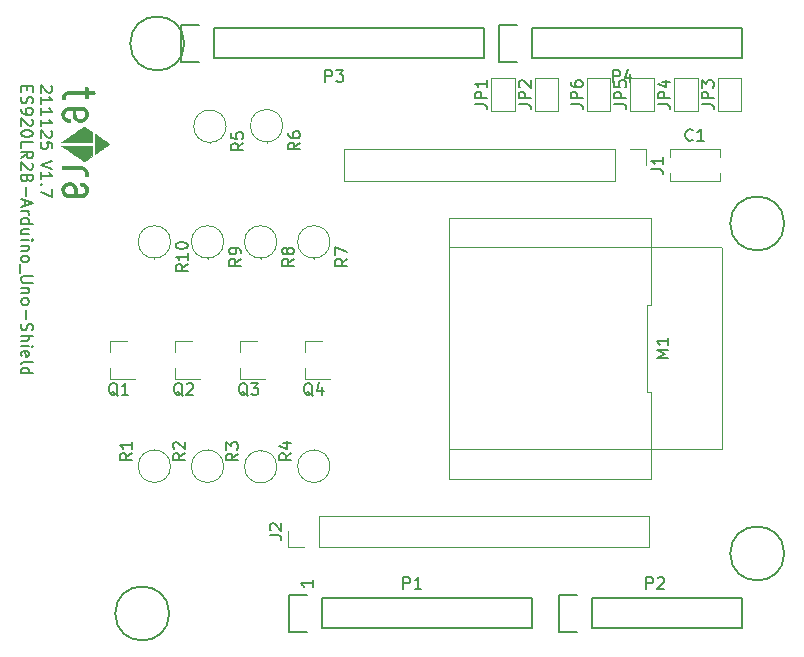
<source format=gto>
G04 #@! TF.GenerationSoftware,KiCad,Pcbnew,5.1.9-73d0e3b20d~88~ubuntu20.04.1*
G04 #@! TF.CreationDate,2021-11-25T11:36:03+09:00*
G04 #@! TF.ProjectId,ES920LRB-Arduino-Shield,45533932-304c-4524-922d-41726475696e,v1.6*
G04 #@! TF.SameCoordinates,Original*
G04 #@! TF.FileFunction,Legend,Top*
G04 #@! TF.FilePolarity,Positive*
%FSLAX46Y46*%
G04 Gerber Fmt 4.6, Leading zero omitted, Abs format (unit mm)*
G04 Created by KiCad (PCBNEW 5.1.9-73d0e3b20d~88~ubuntu20.04.1) date 2021-11-25 11:36:03*
%MOMM*%
%LPD*%
G01*
G04 APERTURE LIST*
%ADD10C,0.150000*%
%ADD11C,0.120000*%
%ADD12C,0.010000*%
G04 APERTURE END LIST*
D10*
X117275380Y-79152976D02*
X117323000Y-79200595D01*
X117370619Y-79295833D01*
X117370619Y-79533928D01*
X117323000Y-79629166D01*
X117275380Y-79676785D01*
X117180142Y-79724404D01*
X117084904Y-79724404D01*
X116942047Y-79676785D01*
X116370619Y-79105357D01*
X116370619Y-79724404D01*
X116370619Y-80676785D02*
X116370619Y-80105357D01*
X116370619Y-80391071D02*
X117370619Y-80391071D01*
X117227761Y-80295833D01*
X117132523Y-80200595D01*
X117084904Y-80105357D01*
X116370619Y-81629166D02*
X116370619Y-81057738D01*
X116370619Y-81343452D02*
X117370619Y-81343452D01*
X117227761Y-81248214D01*
X117132523Y-81152976D01*
X117084904Y-81057738D01*
X116370619Y-82581547D02*
X116370619Y-82010119D01*
X116370619Y-82295833D02*
X117370619Y-82295833D01*
X117227761Y-82200595D01*
X117132523Y-82105357D01*
X117084904Y-82010119D01*
X117275380Y-82962500D02*
X117323000Y-83010119D01*
X117370619Y-83105357D01*
X117370619Y-83343452D01*
X117323000Y-83438690D01*
X117275380Y-83486309D01*
X117180142Y-83533928D01*
X117084904Y-83533928D01*
X116942047Y-83486309D01*
X116370619Y-82914880D01*
X116370619Y-83533928D01*
X117370619Y-84438690D02*
X117370619Y-83962500D01*
X116894428Y-83914880D01*
X116942047Y-83962500D01*
X116989666Y-84057738D01*
X116989666Y-84295833D01*
X116942047Y-84391071D01*
X116894428Y-84438690D01*
X116799190Y-84486309D01*
X116561095Y-84486309D01*
X116465857Y-84438690D01*
X116418238Y-84391071D01*
X116370619Y-84295833D01*
X116370619Y-84057738D01*
X116418238Y-83962500D01*
X116465857Y-83914880D01*
X117370619Y-85533928D02*
X116370619Y-85867261D01*
X117370619Y-86200595D01*
X116370619Y-87057738D02*
X116370619Y-86486309D01*
X116370619Y-86772023D02*
X117370619Y-86772023D01*
X117227761Y-86676785D01*
X117132523Y-86581547D01*
X117084904Y-86486309D01*
X116465857Y-87486309D02*
X116418238Y-87533928D01*
X116370619Y-87486309D01*
X116418238Y-87438690D01*
X116465857Y-87486309D01*
X116370619Y-87486309D01*
X117370619Y-87867261D02*
X117370619Y-88533928D01*
X116370619Y-88105357D01*
X115244428Y-79200595D02*
X115244428Y-79533928D01*
X114720619Y-79676785D02*
X114720619Y-79200595D01*
X115720619Y-79200595D01*
X115720619Y-79676785D01*
X114768238Y-80057738D02*
X114720619Y-80200595D01*
X114720619Y-80438690D01*
X114768238Y-80533928D01*
X114815857Y-80581547D01*
X114911095Y-80629166D01*
X115006333Y-80629166D01*
X115101571Y-80581547D01*
X115149190Y-80533928D01*
X115196809Y-80438690D01*
X115244428Y-80248214D01*
X115292047Y-80152976D01*
X115339666Y-80105357D01*
X115434904Y-80057738D01*
X115530142Y-80057738D01*
X115625380Y-80105357D01*
X115673000Y-80152976D01*
X115720619Y-80248214D01*
X115720619Y-80486309D01*
X115673000Y-80629166D01*
X114720619Y-81105357D02*
X114720619Y-81295833D01*
X114768238Y-81391071D01*
X114815857Y-81438690D01*
X114958714Y-81533928D01*
X115149190Y-81581547D01*
X115530142Y-81581547D01*
X115625380Y-81533928D01*
X115673000Y-81486309D01*
X115720619Y-81391071D01*
X115720619Y-81200595D01*
X115673000Y-81105357D01*
X115625380Y-81057738D01*
X115530142Y-81010119D01*
X115292047Y-81010119D01*
X115196809Y-81057738D01*
X115149190Y-81105357D01*
X115101571Y-81200595D01*
X115101571Y-81391071D01*
X115149190Y-81486309D01*
X115196809Y-81533928D01*
X115292047Y-81581547D01*
X115625380Y-81962500D02*
X115673000Y-82010119D01*
X115720619Y-82105357D01*
X115720619Y-82343452D01*
X115673000Y-82438690D01*
X115625380Y-82486309D01*
X115530142Y-82533928D01*
X115434904Y-82533928D01*
X115292047Y-82486309D01*
X114720619Y-81914880D01*
X114720619Y-82533928D01*
X115720619Y-83152976D02*
X115720619Y-83248214D01*
X115673000Y-83343452D01*
X115625380Y-83391071D01*
X115530142Y-83438690D01*
X115339666Y-83486309D01*
X115101571Y-83486309D01*
X114911095Y-83438690D01*
X114815857Y-83391071D01*
X114768238Y-83343452D01*
X114720619Y-83248214D01*
X114720619Y-83152976D01*
X114768238Y-83057738D01*
X114815857Y-83010119D01*
X114911095Y-82962500D01*
X115101571Y-82914880D01*
X115339666Y-82914880D01*
X115530142Y-82962500D01*
X115625380Y-83010119D01*
X115673000Y-83057738D01*
X115720619Y-83152976D01*
X114720619Y-84391071D02*
X114720619Y-83914880D01*
X115720619Y-83914880D01*
X114720619Y-85295833D02*
X115196809Y-84962500D01*
X114720619Y-84724404D02*
X115720619Y-84724404D01*
X115720619Y-85105357D01*
X115673000Y-85200595D01*
X115625380Y-85248214D01*
X115530142Y-85295833D01*
X115387285Y-85295833D01*
X115292047Y-85248214D01*
X115244428Y-85200595D01*
X115196809Y-85105357D01*
X115196809Y-84724404D01*
X115625380Y-85676785D02*
X115673000Y-85724404D01*
X115720619Y-85819642D01*
X115720619Y-86057738D01*
X115673000Y-86152976D01*
X115625380Y-86200595D01*
X115530142Y-86248214D01*
X115434904Y-86248214D01*
X115292047Y-86200595D01*
X114720619Y-85629166D01*
X114720619Y-86248214D01*
X115244428Y-87010119D02*
X115196809Y-87152976D01*
X115149190Y-87200595D01*
X115053952Y-87248214D01*
X114911095Y-87248214D01*
X114815857Y-87200595D01*
X114768238Y-87152976D01*
X114720619Y-87057738D01*
X114720619Y-86676785D01*
X115720619Y-86676785D01*
X115720619Y-87010119D01*
X115673000Y-87105357D01*
X115625380Y-87152976D01*
X115530142Y-87200595D01*
X115434904Y-87200595D01*
X115339666Y-87152976D01*
X115292047Y-87105357D01*
X115244428Y-87010119D01*
X115244428Y-86676785D01*
X115101571Y-87676785D02*
X115101571Y-88438690D01*
X115006333Y-88867261D02*
X115006333Y-89343452D01*
X114720619Y-88772023D02*
X115720619Y-89105357D01*
X114720619Y-89438690D01*
X114720619Y-89772023D02*
X115387285Y-89772023D01*
X115196809Y-89772023D02*
X115292047Y-89819642D01*
X115339666Y-89867261D01*
X115387285Y-89962500D01*
X115387285Y-90057738D01*
X114720619Y-90819642D02*
X115720619Y-90819642D01*
X114768238Y-90819642D02*
X114720619Y-90724404D01*
X114720619Y-90533928D01*
X114768238Y-90438690D01*
X114815857Y-90391071D01*
X114911095Y-90343452D01*
X115196809Y-90343452D01*
X115292047Y-90391071D01*
X115339666Y-90438690D01*
X115387285Y-90533928D01*
X115387285Y-90724404D01*
X115339666Y-90819642D01*
X115387285Y-91724404D02*
X114720619Y-91724404D01*
X115387285Y-91295833D02*
X114863476Y-91295833D01*
X114768238Y-91343452D01*
X114720619Y-91438690D01*
X114720619Y-91581547D01*
X114768238Y-91676785D01*
X114815857Y-91724404D01*
X114720619Y-92200595D02*
X115387285Y-92200595D01*
X115720619Y-92200595D02*
X115673000Y-92152976D01*
X115625380Y-92200595D01*
X115673000Y-92248214D01*
X115720619Y-92200595D01*
X115625380Y-92200595D01*
X115387285Y-92676785D02*
X114720619Y-92676785D01*
X115292047Y-92676785D02*
X115339666Y-92724404D01*
X115387285Y-92819642D01*
X115387285Y-92962500D01*
X115339666Y-93057738D01*
X115244428Y-93105357D01*
X114720619Y-93105357D01*
X114720619Y-93724404D02*
X114768238Y-93629166D01*
X114815857Y-93581547D01*
X114911095Y-93533928D01*
X115196809Y-93533928D01*
X115292047Y-93581547D01*
X115339666Y-93629166D01*
X115387285Y-93724404D01*
X115387285Y-93867261D01*
X115339666Y-93962500D01*
X115292047Y-94010119D01*
X115196809Y-94057738D01*
X114911095Y-94057738D01*
X114815857Y-94010119D01*
X114768238Y-93962500D01*
X114720619Y-93867261D01*
X114720619Y-93724404D01*
X114625380Y-94248214D02*
X114625380Y-95010119D01*
X115720619Y-95248214D02*
X114911095Y-95248214D01*
X114815857Y-95295833D01*
X114768238Y-95343452D01*
X114720619Y-95438690D01*
X114720619Y-95629166D01*
X114768238Y-95724404D01*
X114815857Y-95772023D01*
X114911095Y-95819642D01*
X115720619Y-95819642D01*
X115387285Y-96295833D02*
X114720619Y-96295833D01*
X115292047Y-96295833D02*
X115339666Y-96343452D01*
X115387285Y-96438690D01*
X115387285Y-96581547D01*
X115339666Y-96676785D01*
X115244428Y-96724404D01*
X114720619Y-96724404D01*
X114720619Y-97343452D02*
X114768238Y-97248214D01*
X114815857Y-97200595D01*
X114911095Y-97152976D01*
X115196809Y-97152976D01*
X115292047Y-97200595D01*
X115339666Y-97248214D01*
X115387285Y-97343452D01*
X115387285Y-97486309D01*
X115339666Y-97581547D01*
X115292047Y-97629166D01*
X115196809Y-97676785D01*
X114911095Y-97676785D01*
X114815857Y-97629166D01*
X114768238Y-97581547D01*
X114720619Y-97486309D01*
X114720619Y-97343452D01*
X115101571Y-98105357D02*
X115101571Y-98867261D01*
X114768238Y-99295833D02*
X114720619Y-99438690D01*
X114720619Y-99676785D01*
X114768238Y-99772023D01*
X114815857Y-99819642D01*
X114911095Y-99867261D01*
X115006333Y-99867261D01*
X115101571Y-99819642D01*
X115149190Y-99772023D01*
X115196809Y-99676785D01*
X115244428Y-99486309D01*
X115292047Y-99391071D01*
X115339666Y-99343452D01*
X115434904Y-99295833D01*
X115530142Y-99295833D01*
X115625380Y-99343452D01*
X115673000Y-99391071D01*
X115720619Y-99486309D01*
X115720619Y-99724404D01*
X115673000Y-99867261D01*
X114720619Y-100295833D02*
X115720619Y-100295833D01*
X114720619Y-100724404D02*
X115244428Y-100724404D01*
X115339666Y-100676785D01*
X115387285Y-100581547D01*
X115387285Y-100438690D01*
X115339666Y-100343452D01*
X115292047Y-100295833D01*
X114720619Y-101200595D02*
X115387285Y-101200595D01*
X115720619Y-101200595D02*
X115673000Y-101152976D01*
X115625380Y-101200595D01*
X115673000Y-101248214D01*
X115720619Y-101200595D01*
X115625380Y-101200595D01*
X114768238Y-102057738D02*
X114720619Y-101962500D01*
X114720619Y-101772023D01*
X114768238Y-101676785D01*
X114863476Y-101629166D01*
X115244428Y-101629166D01*
X115339666Y-101676785D01*
X115387285Y-101772023D01*
X115387285Y-101962500D01*
X115339666Y-102057738D01*
X115244428Y-102105357D01*
X115149190Y-102105357D01*
X115053952Y-101629166D01*
X114720619Y-102676785D02*
X114768238Y-102581547D01*
X114863476Y-102533928D01*
X115720619Y-102533928D01*
X114720619Y-103486309D02*
X115720619Y-103486309D01*
X114768238Y-103486309D02*
X114720619Y-103391071D01*
X114720619Y-103200595D01*
X114768238Y-103105357D01*
X114815857Y-103057738D01*
X114911095Y-103010119D01*
X115196809Y-103010119D01*
X115292047Y-103057738D01*
X115339666Y-103105357D01*
X115387285Y-103200595D01*
X115387285Y-103391071D01*
X115339666Y-103486309D01*
X139390380Y-120999285D02*
X139390380Y-121570714D01*
X139390380Y-121285000D02*
X138390380Y-121285000D01*
X138533238Y-121380238D01*
X138628476Y-121475476D01*
X138676095Y-121570714D01*
D11*
G04 #@! TO.C,M1*
X150948000Y-92865000D02*
X150948000Y-109865000D01*
X173998000Y-92815000D02*
X150998000Y-92815000D01*
X174048000Y-109865000D02*
X174048000Y-92865000D01*
X150998000Y-109915000D02*
X173998000Y-109915000D01*
X168068000Y-97681667D02*
X168068000Y-90315000D01*
X167708000Y-97681667D02*
X168068000Y-97681667D01*
X167708000Y-105048333D02*
X167708000Y-97681667D01*
X168068000Y-105048333D02*
X167708000Y-105048333D01*
X168068000Y-112415000D02*
X168068000Y-105048333D01*
X150928000Y-112415000D02*
X168068000Y-112415000D01*
X150928000Y-90315000D02*
X150928000Y-112415000D01*
X168068000Y-90315000D02*
X150928000Y-90315000D01*
G04 #@! TO.C,JP6*
X162598000Y-81265000D02*
X162598000Y-78465000D01*
X162598000Y-78465000D02*
X164598000Y-78465000D01*
X164598000Y-78465000D02*
X164598000Y-81265000D01*
X164598000Y-81265000D02*
X162598000Y-81265000D01*
G04 #@! TO.C,JP5*
X166298000Y-81265000D02*
X166298000Y-78465000D01*
X166298000Y-78465000D02*
X168298000Y-78465000D01*
X168298000Y-78465000D02*
X168298000Y-81265000D01*
X168298000Y-81265000D02*
X166298000Y-81265000D01*
G04 #@! TO.C,JP4*
X171998000Y-81265000D02*
X169998000Y-81265000D01*
X171998000Y-78465000D02*
X171998000Y-81265000D01*
X169998000Y-78465000D02*
X171998000Y-78465000D01*
X169998000Y-81265000D02*
X169998000Y-78465000D01*
G04 #@! TO.C,R10*
X125998000Y-93735000D02*
X125998000Y-93805000D01*
X127368000Y-92365000D02*
G75*
G03*
X127368000Y-92365000I-1370000J0D01*
G01*
G04 #@! TO.C,R9*
X130498000Y-93735000D02*
X130498000Y-93805000D01*
X131868000Y-92365000D02*
G75*
G03*
X131868000Y-92365000I-1370000J0D01*
G01*
G04 #@! TO.C,R8*
X134998000Y-93735000D02*
X134998000Y-93805000D01*
X136368000Y-92365000D02*
G75*
G03*
X136368000Y-92365000I-1370000J0D01*
G01*
G04 #@! TO.C,R7*
X139498000Y-93735000D02*
X139498000Y-93805000D01*
X140868000Y-92365000D02*
G75*
G03*
X140868000Y-92365000I-1370000J0D01*
G01*
G04 #@! TO.C,R6*
X135498000Y-83895000D02*
X135498000Y-83965000D01*
X136868000Y-82525000D02*
G75*
G03*
X136868000Y-82525000I-1370000J0D01*
G01*
G04 #@! TO.C,R4*
X139498000Y-109995000D02*
X139498000Y-109925000D01*
X140868000Y-111365000D02*
G75*
G03*
X140868000Y-111365000I-1370000J0D01*
G01*
G04 #@! TO.C,Q4*
X138738000Y-100785000D02*
X140198000Y-100785000D01*
X138738000Y-103945000D02*
X140898000Y-103945000D01*
X138738000Y-103945000D02*
X138738000Y-103015000D01*
X138738000Y-100785000D02*
X138738000Y-101715000D01*
G04 #@! TO.C,Q3*
X133238000Y-100785000D02*
X134698000Y-100785000D01*
X133238000Y-103945000D02*
X135398000Y-103945000D01*
X133238000Y-103945000D02*
X133238000Y-103015000D01*
X133238000Y-100785000D02*
X133238000Y-101715000D01*
G04 #@! TO.C,Q2*
X127738000Y-100785000D02*
X129198000Y-100785000D01*
X127738000Y-103945000D02*
X129898000Y-103945000D01*
X127738000Y-103945000D02*
X127738000Y-103015000D01*
X127738000Y-100785000D02*
X127738000Y-101715000D01*
G04 #@! TO.C,Q1*
X122238000Y-100785000D02*
X123698000Y-100785000D01*
X122238000Y-103945000D02*
X124398000Y-103945000D01*
X122238000Y-103945000D02*
X122238000Y-103015000D01*
X122238000Y-100785000D02*
X122238000Y-101715000D01*
D12*
G04 #@! TO.C,L1*
G36*
X122118726Y-84087252D02*
G01*
X122109610Y-84107807D01*
X122101173Y-84114856D01*
X122080082Y-84130607D01*
X122047632Y-84154159D01*
X122005114Y-84184611D01*
X121953823Y-84221061D01*
X121895051Y-84262609D01*
X121830092Y-84308353D01*
X121760240Y-84357393D01*
X121686787Y-84408827D01*
X121611027Y-84461753D01*
X121534253Y-84515272D01*
X121457758Y-84568481D01*
X121382836Y-84620479D01*
X121310781Y-84670366D01*
X121242884Y-84717240D01*
X121180441Y-84760200D01*
X121124743Y-84798345D01*
X121077084Y-84830773D01*
X121038758Y-84856585D01*
X121011058Y-84874877D01*
X120995277Y-84884750D01*
X120992568Y-84886149D01*
X120990342Y-84885872D01*
X120988376Y-84882586D01*
X120986654Y-84875326D01*
X120985158Y-84863124D01*
X120983874Y-84845015D01*
X120982786Y-84820032D01*
X120981879Y-84787209D01*
X120981135Y-84745579D01*
X120980540Y-84694176D01*
X120980077Y-84632035D01*
X120979732Y-84558188D01*
X120979488Y-84471670D01*
X120979328Y-84371513D01*
X120979239Y-84256753D01*
X120979203Y-84126422D01*
X120979200Y-84068200D01*
X120979216Y-83931404D01*
X120979276Y-83810571D01*
X120979396Y-83704728D01*
X120979592Y-83612903D01*
X120979881Y-83534126D01*
X120980278Y-83467424D01*
X120980801Y-83411827D01*
X120981466Y-83366362D01*
X120982289Y-83330058D01*
X120983286Y-83301944D01*
X120984475Y-83281048D01*
X120985870Y-83266399D01*
X120987490Y-83257025D01*
X120989349Y-83251954D01*
X120991465Y-83250215D01*
X120992985Y-83250411D01*
X121003799Y-83256665D01*
X121027017Y-83271623D01*
X121061351Y-83294394D01*
X121105514Y-83324086D01*
X121158217Y-83359807D01*
X121218172Y-83400667D01*
X121284091Y-83445774D01*
X121354684Y-83494235D01*
X121428665Y-83545161D01*
X121504745Y-83597659D01*
X121581635Y-83650838D01*
X121658047Y-83703807D01*
X121732693Y-83755673D01*
X121804285Y-83805546D01*
X121871535Y-83852534D01*
X121933154Y-83895745D01*
X121987854Y-83934289D01*
X122034346Y-83967273D01*
X122071343Y-83993806D01*
X122097556Y-84012997D01*
X122111698Y-84023954D01*
X122113821Y-84026029D01*
X122121589Y-84055270D01*
X122118726Y-84087252D01*
G37*
X122118726Y-84087252D02*
X122109610Y-84107807D01*
X122101173Y-84114856D01*
X122080082Y-84130607D01*
X122047632Y-84154159D01*
X122005114Y-84184611D01*
X121953823Y-84221061D01*
X121895051Y-84262609D01*
X121830092Y-84308353D01*
X121760240Y-84357393D01*
X121686787Y-84408827D01*
X121611027Y-84461753D01*
X121534253Y-84515272D01*
X121457758Y-84568481D01*
X121382836Y-84620479D01*
X121310781Y-84670366D01*
X121242884Y-84717240D01*
X121180441Y-84760200D01*
X121124743Y-84798345D01*
X121077084Y-84830773D01*
X121038758Y-84856585D01*
X121011058Y-84874877D01*
X120995277Y-84884750D01*
X120992568Y-84886149D01*
X120990342Y-84885872D01*
X120988376Y-84882586D01*
X120986654Y-84875326D01*
X120985158Y-84863124D01*
X120983874Y-84845015D01*
X120982786Y-84820032D01*
X120981879Y-84787209D01*
X120981135Y-84745579D01*
X120980540Y-84694176D01*
X120980077Y-84632035D01*
X120979732Y-84558188D01*
X120979488Y-84471670D01*
X120979328Y-84371513D01*
X120979239Y-84256753D01*
X120979203Y-84126422D01*
X120979200Y-84068200D01*
X120979216Y-83931404D01*
X120979276Y-83810571D01*
X120979396Y-83704728D01*
X120979592Y-83612903D01*
X120979881Y-83534126D01*
X120980278Y-83467424D01*
X120980801Y-83411827D01*
X120981466Y-83366362D01*
X120982289Y-83330058D01*
X120983286Y-83301944D01*
X120984475Y-83281048D01*
X120985870Y-83266399D01*
X120987490Y-83257025D01*
X120989349Y-83251954D01*
X120991465Y-83250215D01*
X120992985Y-83250411D01*
X121003799Y-83256665D01*
X121027017Y-83271623D01*
X121061351Y-83294394D01*
X121105514Y-83324086D01*
X121158217Y-83359807D01*
X121218172Y-83400667D01*
X121284091Y-83445774D01*
X121354684Y-83494235D01*
X121428665Y-83545161D01*
X121504745Y-83597659D01*
X121581635Y-83650838D01*
X121658047Y-83703807D01*
X121732693Y-83755673D01*
X121804285Y-83805546D01*
X121871535Y-83852534D01*
X121933154Y-83895745D01*
X121987854Y-83934289D01*
X122034346Y-83967273D01*
X122071343Y-83993806D01*
X122097556Y-84012997D01*
X122111698Y-84023954D01*
X122113821Y-84026029D01*
X122121589Y-84055270D01*
X122118726Y-84087252D01*
G36*
X120352216Y-86735026D02*
G01*
X120349201Y-86767200D01*
X120341765Y-86788780D01*
X120328499Y-86801878D01*
X120307993Y-86808607D01*
X120278838Y-86811078D01*
X120239625Y-86811406D01*
X120229900Y-86811400D01*
X120188026Y-86811227D01*
X120156948Y-86809245D01*
X120135059Y-86803259D01*
X120120749Y-86791073D01*
X120112410Y-86770491D01*
X120108433Y-86739319D01*
X120107210Y-86695360D01*
X120107134Y-86643845D01*
X120106099Y-86573949D01*
X120102588Y-86517433D01*
X120095987Y-86470848D01*
X120085684Y-86430744D01*
X120071067Y-86393671D01*
X120058172Y-86368103D01*
X120015606Y-86306985D01*
X119960224Y-86255238D01*
X119894247Y-86214447D01*
X119819899Y-86186200D01*
X119794900Y-86180111D01*
X119782267Y-86178001D01*
X119764838Y-86176142D01*
X119741600Y-86174520D01*
X119711541Y-86173121D01*
X119673646Y-86171928D01*
X119626902Y-86170928D01*
X119570296Y-86170106D01*
X119502815Y-86169447D01*
X119423446Y-86168936D01*
X119331175Y-86168559D01*
X119224989Y-86168300D01*
X119103874Y-86168145D01*
X118969927Y-86168080D01*
X118815599Y-86167953D01*
X118678183Y-86167634D01*
X118557658Y-86167123D01*
X118454003Y-86166420D01*
X118367197Y-86165524D01*
X118297220Y-86164435D01*
X118244052Y-86163153D01*
X118207670Y-86161678D01*
X118188056Y-86160009D01*
X118184644Y-86159169D01*
X118177629Y-86153904D01*
X118172948Y-86144982D01*
X118170138Y-86129329D01*
X118168738Y-86103872D01*
X118168287Y-86065537D01*
X118168267Y-86050139D01*
X118168830Y-86003358D01*
X118170689Y-85971113D01*
X118174096Y-85951039D01*
X118179302Y-85940771D01*
X118180012Y-85940126D01*
X118186733Y-85938401D01*
X118202922Y-85936901D01*
X118229269Y-85935621D01*
X118266467Y-85934555D01*
X118315204Y-85933696D01*
X118376171Y-85933039D01*
X118450060Y-85932577D01*
X118537561Y-85932305D01*
X118639365Y-85932217D01*
X118756162Y-85932305D01*
X118888642Y-85932565D01*
X119007629Y-85932896D01*
X119823500Y-85935415D01*
X119886768Y-85954859D01*
X119987362Y-85993741D01*
X120076887Y-86044968D01*
X120154811Y-86108096D01*
X120220601Y-86182683D01*
X120273725Y-86268286D01*
X120280656Y-86282233D01*
X120302996Y-86332220D01*
X120320041Y-86379929D01*
X120332548Y-86429125D01*
X120341274Y-86483577D01*
X120346976Y-86547050D01*
X120350411Y-86623310D01*
X120350621Y-86630442D01*
X120352220Y-86690144D01*
X120352216Y-86735026D01*
G37*
X120352216Y-86735026D02*
X120349201Y-86767200D01*
X120341765Y-86788780D01*
X120328499Y-86801878D01*
X120307993Y-86808607D01*
X120278838Y-86811078D01*
X120239625Y-86811406D01*
X120229900Y-86811400D01*
X120188026Y-86811227D01*
X120156948Y-86809245D01*
X120135059Y-86803259D01*
X120120749Y-86791073D01*
X120112410Y-86770491D01*
X120108433Y-86739319D01*
X120107210Y-86695360D01*
X120107134Y-86643845D01*
X120106099Y-86573949D01*
X120102588Y-86517433D01*
X120095987Y-86470848D01*
X120085684Y-86430744D01*
X120071067Y-86393671D01*
X120058172Y-86368103D01*
X120015606Y-86306985D01*
X119960224Y-86255238D01*
X119894247Y-86214447D01*
X119819899Y-86186200D01*
X119794900Y-86180111D01*
X119782267Y-86178001D01*
X119764838Y-86176142D01*
X119741600Y-86174520D01*
X119711541Y-86173121D01*
X119673646Y-86171928D01*
X119626902Y-86170928D01*
X119570296Y-86170106D01*
X119502815Y-86169447D01*
X119423446Y-86168936D01*
X119331175Y-86168559D01*
X119224989Y-86168300D01*
X119103874Y-86168145D01*
X118969927Y-86168080D01*
X118815599Y-86167953D01*
X118678183Y-86167634D01*
X118557658Y-86167123D01*
X118454003Y-86166420D01*
X118367197Y-86165524D01*
X118297220Y-86164435D01*
X118244052Y-86163153D01*
X118207670Y-86161678D01*
X118188056Y-86160009D01*
X118184644Y-86159169D01*
X118177629Y-86153904D01*
X118172948Y-86144982D01*
X118170138Y-86129329D01*
X118168738Y-86103872D01*
X118168287Y-86065537D01*
X118168267Y-86050139D01*
X118168830Y-86003358D01*
X118170689Y-85971113D01*
X118174096Y-85951039D01*
X118179302Y-85940771D01*
X118180012Y-85940126D01*
X118186733Y-85938401D01*
X118202922Y-85936901D01*
X118229269Y-85935621D01*
X118266467Y-85934555D01*
X118315204Y-85933696D01*
X118376171Y-85933039D01*
X118450060Y-85932577D01*
X118537561Y-85932305D01*
X118639365Y-85932217D01*
X118756162Y-85932305D01*
X118888642Y-85932565D01*
X119007629Y-85932896D01*
X119823500Y-85935415D01*
X119886768Y-85954859D01*
X119987362Y-85993741D01*
X120076887Y-86044968D01*
X120154811Y-86108096D01*
X120220601Y-86182683D01*
X120273725Y-86268286D01*
X120280656Y-86282233D01*
X120302996Y-86332220D01*
X120320041Y-86379929D01*
X120332548Y-86429125D01*
X120341274Y-86483577D01*
X120346976Y-86547050D01*
X120350411Y-86623310D01*
X120350621Y-86630442D01*
X120352220Y-86690144D01*
X120352216Y-86735026D01*
G36*
X120949197Y-79789345D02*
G01*
X120948417Y-79790712D01*
X120944757Y-79794592D01*
X120938045Y-79797748D01*
X120926602Y-79800272D01*
X120908750Y-79802256D01*
X120882808Y-79803791D01*
X120847099Y-79804970D01*
X120799943Y-79805884D01*
X120739661Y-79806625D01*
X120664575Y-79807284D01*
X120641730Y-79807458D01*
X120344200Y-79809683D01*
X120344200Y-79995361D01*
X120344261Y-80060702D01*
X120343719Y-80111061D01*
X120341488Y-80148382D01*
X120336479Y-80174610D01*
X120327607Y-80191689D01*
X120313784Y-80201564D01*
X120293923Y-80206180D01*
X120266938Y-80207480D01*
X120231741Y-80207409D01*
X120225667Y-80207400D01*
X120189173Y-80207510D01*
X120161038Y-80206548D01*
X120140179Y-80202569D01*
X120125512Y-80193631D01*
X120115953Y-80177794D01*
X120110418Y-80153113D01*
X120107825Y-80117646D01*
X120107090Y-80069452D01*
X120107128Y-80006587D01*
X120107133Y-79994923D01*
X120107133Y-79808806D01*
X119423450Y-79811673D01*
X119298504Y-79812222D01*
X119189323Y-79812773D01*
X119094741Y-79813352D01*
X119013590Y-79813988D01*
X118944702Y-79814708D01*
X118886911Y-79815541D01*
X118839048Y-79816513D01*
X118799947Y-79817652D01*
X118768439Y-79818987D01*
X118743358Y-79820545D01*
X118723537Y-79822353D01*
X118707806Y-79824440D01*
X118695000Y-79826834D01*
X118685181Y-79829227D01*
X118604267Y-79857333D01*
X118537395Y-79894487D01*
X118484064Y-79941066D01*
X118443771Y-79997449D01*
X118432956Y-80018912D01*
X118421060Y-80049376D01*
X118413407Y-80081772D01*
X118408803Y-80122065D01*
X118407253Y-80147395D01*
X118404660Y-80183647D01*
X118401035Y-80213975D01*
X118396966Y-80234058D01*
X118394769Y-80239150D01*
X118382690Y-80243922D01*
X118357931Y-80247358D01*
X118324691Y-80249448D01*
X118287171Y-80250184D01*
X118249570Y-80249559D01*
X118216089Y-80247563D01*
X118190929Y-80244190D01*
X118178427Y-80239573D01*
X118172704Y-80224881D01*
X118169375Y-80197264D01*
X118168336Y-80160543D01*
X118169481Y-80118542D01*
X118172705Y-80075082D01*
X118177903Y-80033986D01*
X118184970Y-79999077D01*
X118185043Y-79998798D01*
X118216767Y-79908524D01*
X118261834Y-79828629D01*
X118320151Y-79759191D01*
X118391622Y-79700285D01*
X118476152Y-79651987D01*
X118573648Y-79614376D01*
X118684014Y-79587526D01*
X118696426Y-79585321D01*
X118712859Y-79582883D01*
X118732653Y-79580761D01*
X118756987Y-79578934D01*
X118787043Y-79577383D01*
X118824002Y-79576087D01*
X118869045Y-79575024D01*
X118923354Y-79574174D01*
X118988109Y-79573518D01*
X119064491Y-79573034D01*
X119153682Y-79572701D01*
X119256863Y-79572500D01*
X119375215Y-79572410D01*
X119439376Y-79572400D01*
X120107133Y-79572400D01*
X120107133Y-79433180D01*
X120107223Y-79376404D01*
X120108544Y-79334350D01*
X120112676Y-79304812D01*
X120121201Y-79285581D01*
X120135697Y-79274452D01*
X120157745Y-79269216D01*
X120188926Y-79267667D01*
X120225667Y-79267600D01*
X120266311Y-79267724D01*
X120296416Y-79269569D01*
X120317561Y-79275342D01*
X120331328Y-79287250D01*
X120339295Y-79307500D01*
X120343043Y-79338300D01*
X120344152Y-79381856D01*
X120344200Y-79433180D01*
X120344200Y-79572400D01*
X120842228Y-79572400D01*
X120862031Y-79596285D01*
X120874275Y-79614225D01*
X120890944Y-79642853D01*
X120909380Y-79677476D01*
X120919704Y-79698180D01*
X120937317Y-79735842D01*
X120947505Y-79761658D01*
X120951165Y-79778526D01*
X120949197Y-79789345D01*
G37*
X120949197Y-79789345D02*
X120948417Y-79790712D01*
X120944757Y-79794592D01*
X120938045Y-79797748D01*
X120926602Y-79800272D01*
X120908750Y-79802256D01*
X120882808Y-79803791D01*
X120847099Y-79804970D01*
X120799943Y-79805884D01*
X120739661Y-79806625D01*
X120664575Y-79807284D01*
X120641730Y-79807458D01*
X120344200Y-79809683D01*
X120344200Y-79995361D01*
X120344261Y-80060702D01*
X120343719Y-80111061D01*
X120341488Y-80148382D01*
X120336479Y-80174610D01*
X120327607Y-80191689D01*
X120313784Y-80201564D01*
X120293923Y-80206180D01*
X120266938Y-80207480D01*
X120231741Y-80207409D01*
X120225667Y-80207400D01*
X120189173Y-80207510D01*
X120161038Y-80206548D01*
X120140179Y-80202569D01*
X120125512Y-80193631D01*
X120115953Y-80177794D01*
X120110418Y-80153113D01*
X120107825Y-80117646D01*
X120107090Y-80069452D01*
X120107128Y-80006587D01*
X120107133Y-79994923D01*
X120107133Y-79808806D01*
X119423450Y-79811673D01*
X119298504Y-79812222D01*
X119189323Y-79812773D01*
X119094741Y-79813352D01*
X119013590Y-79813988D01*
X118944702Y-79814708D01*
X118886911Y-79815541D01*
X118839048Y-79816513D01*
X118799947Y-79817652D01*
X118768439Y-79818987D01*
X118743358Y-79820545D01*
X118723537Y-79822353D01*
X118707806Y-79824440D01*
X118695000Y-79826834D01*
X118685181Y-79829227D01*
X118604267Y-79857333D01*
X118537395Y-79894487D01*
X118484064Y-79941066D01*
X118443771Y-79997449D01*
X118432956Y-80018912D01*
X118421060Y-80049376D01*
X118413407Y-80081772D01*
X118408803Y-80122065D01*
X118407253Y-80147395D01*
X118404660Y-80183647D01*
X118401035Y-80213975D01*
X118396966Y-80234058D01*
X118394769Y-80239150D01*
X118382690Y-80243922D01*
X118357931Y-80247358D01*
X118324691Y-80249448D01*
X118287171Y-80250184D01*
X118249570Y-80249559D01*
X118216089Y-80247563D01*
X118190929Y-80244190D01*
X118178427Y-80239573D01*
X118172704Y-80224881D01*
X118169375Y-80197264D01*
X118168336Y-80160543D01*
X118169481Y-80118542D01*
X118172705Y-80075082D01*
X118177903Y-80033986D01*
X118184970Y-79999077D01*
X118185043Y-79998798D01*
X118216767Y-79908524D01*
X118261834Y-79828629D01*
X118320151Y-79759191D01*
X118391622Y-79700285D01*
X118476152Y-79651987D01*
X118573648Y-79614376D01*
X118684014Y-79587526D01*
X118696426Y-79585321D01*
X118712859Y-79582883D01*
X118732653Y-79580761D01*
X118756987Y-79578934D01*
X118787043Y-79577383D01*
X118824002Y-79576087D01*
X118869045Y-79575024D01*
X118923354Y-79574174D01*
X118988109Y-79573518D01*
X119064491Y-79573034D01*
X119153682Y-79572701D01*
X119256863Y-79572500D01*
X119375215Y-79572410D01*
X119439376Y-79572400D01*
X120107133Y-79572400D01*
X120107133Y-79433180D01*
X120107223Y-79376404D01*
X120108544Y-79334350D01*
X120112676Y-79304812D01*
X120121201Y-79285581D01*
X120135697Y-79274452D01*
X120157745Y-79269216D01*
X120188926Y-79267667D01*
X120225667Y-79267600D01*
X120266311Y-79267724D01*
X120296416Y-79269569D01*
X120317561Y-79275342D01*
X120331328Y-79287250D01*
X120339295Y-79307500D01*
X120343043Y-79338300D01*
X120344152Y-79381856D01*
X120344200Y-79433180D01*
X120344200Y-79572400D01*
X120842228Y-79572400D01*
X120862031Y-79596285D01*
X120874275Y-79614225D01*
X120890944Y-79642853D01*
X120909380Y-79677476D01*
X120919704Y-79698180D01*
X120937317Y-79735842D01*
X120947505Y-79761658D01*
X120951165Y-79778526D01*
X120949197Y-79789345D01*
G36*
X120373210Y-87962867D02*
G01*
X120372888Y-88014836D01*
X120371785Y-88053916D01*
X120369440Y-88084149D01*
X120365391Y-88109577D01*
X120359174Y-88134240D01*
X120350443Y-88161833D01*
X120310737Y-88256341D01*
X120258313Y-88339708D01*
X120193136Y-88411970D01*
X120115167Y-88473161D01*
X120024369Y-88523318D01*
X119924785Y-88561217D01*
X119848900Y-88584804D01*
X119291904Y-88587498D01*
X119177750Y-88588002D01*
X119079175Y-88588315D01*
X118994825Y-88588414D01*
X118923347Y-88588276D01*
X118863388Y-88587879D01*
X118813593Y-88587200D01*
X118772609Y-88586217D01*
X118739082Y-88584906D01*
X118711659Y-88583246D01*
X118688987Y-88581212D01*
X118669711Y-88578784D01*
X118657782Y-88576883D01*
X118556177Y-88551637D01*
X118462520Y-88512873D01*
X118378042Y-88461610D01*
X118303975Y-88398867D01*
X118241549Y-88325662D01*
X118191996Y-88243012D01*
X118160909Y-88166067D01*
X118136583Y-88063977D01*
X118127735Y-87958567D01*
X118134708Y-87853985D01*
X118134882Y-87852800D01*
X118157516Y-87754698D01*
X118194860Y-87662888D01*
X118245741Y-87579002D01*
X118308982Y-87504675D01*
X118383408Y-87441542D01*
X118466227Y-87392028D01*
X118527621Y-87364278D01*
X118584528Y-87344410D01*
X118643711Y-87330514D01*
X118711931Y-87320682D01*
X118723537Y-87319421D01*
X118762301Y-87317822D01*
X118762301Y-87551093D01*
X118755084Y-87551673D01*
X118667306Y-87566295D01*
X118588984Y-87593292D01*
X118521108Y-87631926D01*
X118464670Y-87681459D01*
X118420660Y-87741152D01*
X118390069Y-87810267D01*
X118385040Y-87827400D01*
X118375534Y-87880545D01*
X118372006Y-87941741D01*
X118374364Y-88004095D01*
X118382515Y-88060712D01*
X118388499Y-88083961D01*
X118402311Y-88120619D01*
X118420230Y-88157818D01*
X118433546Y-88180102D01*
X118468728Y-88221324D01*
X118515154Y-88261071D01*
X118567345Y-88295220D01*
X118618139Y-88319037D01*
X118634291Y-88324667D01*
X118650000Y-88329150D01*
X118667446Y-88332646D01*
X118688810Y-88335316D01*
X118716273Y-88337321D01*
X118752015Y-88338822D01*
X118798217Y-88339978D01*
X118857060Y-88340951D01*
X118928150Y-88341870D01*
X119184267Y-88344984D01*
X119184267Y-88113371D01*
X119184026Y-88034911D01*
X119183103Y-87971008D01*
X119181196Y-87919289D01*
X119178003Y-87877380D01*
X119173222Y-87842910D01*
X119166552Y-87813505D01*
X119157690Y-87786792D01*
X119146336Y-87760399D01*
X119136939Y-87741231D01*
X119098360Y-87683249D01*
X119047099Y-87634227D01*
X118985510Y-87595332D01*
X118915945Y-87567733D01*
X118840758Y-87552598D01*
X118762301Y-87551093D01*
X118762301Y-87317822D01*
X118806597Y-87315994D01*
X118892001Y-87321931D01*
X118971990Y-87336597D01*
X118988719Y-87341114D01*
X119070580Y-87372604D01*
X119149215Y-87417740D01*
X119221570Y-87473999D01*
X119284585Y-87538858D01*
X119335205Y-87609793D01*
X119352202Y-87641133D01*
X119370784Y-87680220D01*
X119385858Y-87715805D01*
X119397830Y-87750353D01*
X119407103Y-87786325D01*
X119414081Y-87826185D01*
X119419170Y-87872397D01*
X119422773Y-87927424D01*
X119425295Y-87993728D01*
X119427140Y-88073772D01*
X119427616Y-88100450D01*
X119431909Y-88352333D01*
X119590977Y-88352333D01*
X119672478Y-88351349D01*
X119740020Y-88348111D01*
X119796476Y-88342195D01*
X119844723Y-88333174D01*
X119887633Y-88320622D01*
X119928082Y-88304115D01*
X119933417Y-88301605D01*
X119997409Y-88262052D01*
X120050889Y-88210578D01*
X120092769Y-88149330D01*
X120121959Y-88080455D01*
X120137371Y-88006101D01*
X120137915Y-87928416D01*
X120134924Y-87904181D01*
X120115371Y-87827868D01*
X120082062Y-87761213D01*
X120035404Y-87704590D01*
X119975805Y-87658374D01*
X119903670Y-87622938D01*
X119819406Y-87598657D01*
X119798930Y-87594789D01*
X119764007Y-87587975D01*
X119734840Y-87580818D01*
X119715958Y-87574491D01*
X119712147Y-87572332D01*
X119707436Y-87560218D01*
X119703888Y-87535466D01*
X119701566Y-87502335D01*
X119700534Y-87465085D01*
X119700855Y-87427977D01*
X119702592Y-87395268D01*
X119705808Y-87371220D01*
X119709027Y-87361733D01*
X119723606Y-87353338D01*
X119751208Y-87350317D01*
X119788972Y-87352179D01*
X119834034Y-87358430D01*
X119883534Y-87368580D01*
X119934609Y-87382137D01*
X119984396Y-87398610D01*
X120027899Y-87416513D01*
X120118724Y-87466158D01*
X120195608Y-87525035D01*
X120259302Y-87593953D01*
X120310556Y-87673723D01*
X120349711Y-87763981D01*
X120358866Y-87791270D01*
X120365301Y-87814835D01*
X120369485Y-87838647D01*
X120371887Y-87866675D01*
X120372976Y-87902891D01*
X120373222Y-87951266D01*
X120373210Y-87962867D01*
G37*
X120373210Y-87962867D02*
X120372888Y-88014836D01*
X120371785Y-88053916D01*
X120369440Y-88084149D01*
X120365391Y-88109577D01*
X120359174Y-88134240D01*
X120350443Y-88161833D01*
X120310737Y-88256341D01*
X120258313Y-88339708D01*
X120193136Y-88411970D01*
X120115167Y-88473161D01*
X120024369Y-88523318D01*
X119924785Y-88561217D01*
X119848900Y-88584804D01*
X119291904Y-88587498D01*
X119177750Y-88588002D01*
X119079175Y-88588315D01*
X118994825Y-88588414D01*
X118923347Y-88588276D01*
X118863388Y-88587879D01*
X118813593Y-88587200D01*
X118772609Y-88586217D01*
X118739082Y-88584906D01*
X118711659Y-88583246D01*
X118688987Y-88581212D01*
X118669711Y-88578784D01*
X118657782Y-88576883D01*
X118556177Y-88551637D01*
X118462520Y-88512873D01*
X118378042Y-88461610D01*
X118303975Y-88398867D01*
X118241549Y-88325662D01*
X118191996Y-88243012D01*
X118160909Y-88166067D01*
X118136583Y-88063977D01*
X118127735Y-87958567D01*
X118134708Y-87853985D01*
X118134882Y-87852800D01*
X118157516Y-87754698D01*
X118194860Y-87662888D01*
X118245741Y-87579002D01*
X118308982Y-87504675D01*
X118383408Y-87441542D01*
X118466227Y-87392028D01*
X118527621Y-87364278D01*
X118584528Y-87344410D01*
X118643711Y-87330514D01*
X118711931Y-87320682D01*
X118723537Y-87319421D01*
X118762301Y-87317822D01*
X118762301Y-87551093D01*
X118755084Y-87551673D01*
X118667306Y-87566295D01*
X118588984Y-87593292D01*
X118521108Y-87631926D01*
X118464670Y-87681459D01*
X118420660Y-87741152D01*
X118390069Y-87810267D01*
X118385040Y-87827400D01*
X118375534Y-87880545D01*
X118372006Y-87941741D01*
X118374364Y-88004095D01*
X118382515Y-88060712D01*
X118388499Y-88083961D01*
X118402311Y-88120619D01*
X118420230Y-88157818D01*
X118433546Y-88180102D01*
X118468728Y-88221324D01*
X118515154Y-88261071D01*
X118567345Y-88295220D01*
X118618139Y-88319037D01*
X118634291Y-88324667D01*
X118650000Y-88329150D01*
X118667446Y-88332646D01*
X118688810Y-88335316D01*
X118716273Y-88337321D01*
X118752015Y-88338822D01*
X118798217Y-88339978D01*
X118857060Y-88340951D01*
X118928150Y-88341870D01*
X119184267Y-88344984D01*
X119184267Y-88113371D01*
X119184026Y-88034911D01*
X119183103Y-87971008D01*
X119181196Y-87919289D01*
X119178003Y-87877380D01*
X119173222Y-87842910D01*
X119166552Y-87813505D01*
X119157690Y-87786792D01*
X119146336Y-87760399D01*
X119136939Y-87741231D01*
X119098360Y-87683249D01*
X119047099Y-87634227D01*
X118985510Y-87595332D01*
X118915945Y-87567733D01*
X118840758Y-87552598D01*
X118762301Y-87551093D01*
X118762301Y-87317822D01*
X118806597Y-87315994D01*
X118892001Y-87321931D01*
X118971990Y-87336597D01*
X118988719Y-87341114D01*
X119070580Y-87372604D01*
X119149215Y-87417740D01*
X119221570Y-87473999D01*
X119284585Y-87538858D01*
X119335205Y-87609793D01*
X119352202Y-87641133D01*
X119370784Y-87680220D01*
X119385858Y-87715805D01*
X119397830Y-87750353D01*
X119407103Y-87786325D01*
X119414081Y-87826185D01*
X119419170Y-87872397D01*
X119422773Y-87927424D01*
X119425295Y-87993728D01*
X119427140Y-88073772D01*
X119427616Y-88100450D01*
X119431909Y-88352333D01*
X119590977Y-88352333D01*
X119672478Y-88351349D01*
X119740020Y-88348111D01*
X119796476Y-88342195D01*
X119844723Y-88333174D01*
X119887633Y-88320622D01*
X119928082Y-88304115D01*
X119933417Y-88301605D01*
X119997409Y-88262052D01*
X120050889Y-88210578D01*
X120092769Y-88149330D01*
X120121959Y-88080455D01*
X120137371Y-88006101D01*
X120137915Y-87928416D01*
X120134924Y-87904181D01*
X120115371Y-87827868D01*
X120082062Y-87761213D01*
X120035404Y-87704590D01*
X119975805Y-87658374D01*
X119903670Y-87622938D01*
X119819406Y-87598657D01*
X119798930Y-87594789D01*
X119764007Y-87587975D01*
X119734840Y-87580818D01*
X119715958Y-87574491D01*
X119712147Y-87572332D01*
X119707436Y-87560218D01*
X119703888Y-87535466D01*
X119701566Y-87502335D01*
X119700534Y-87465085D01*
X119700855Y-87427977D01*
X119702592Y-87395268D01*
X119705808Y-87371220D01*
X119709027Y-87361733D01*
X119723606Y-87353338D01*
X119751208Y-87350317D01*
X119788972Y-87352179D01*
X119834034Y-87358430D01*
X119883534Y-87368580D01*
X119934609Y-87382137D01*
X119984396Y-87398610D01*
X120027899Y-87416513D01*
X120118724Y-87466158D01*
X120195608Y-87525035D01*
X120259302Y-87593953D01*
X120310556Y-87673723D01*
X120349711Y-87763981D01*
X120358866Y-87791270D01*
X120365301Y-87814835D01*
X120369485Y-87838647D01*
X120371887Y-87866675D01*
X120372976Y-87902891D01*
X120373222Y-87951266D01*
X120373210Y-87962867D01*
G36*
X120435874Y-85274899D02*
G01*
X120373668Y-85317895D01*
X120314949Y-85358309D01*
X120261368Y-85395016D01*
X120214576Y-85426894D01*
X120176223Y-85452820D01*
X120147959Y-85471669D01*
X120131435Y-85482320D01*
X120128957Y-85483779D01*
X120082525Y-85500476D01*
X120032451Y-85503507D01*
X119999626Y-85497318D01*
X119989174Y-85491532D01*
X119965946Y-85476926D01*
X119930934Y-85454176D01*
X119885129Y-85423960D01*
X119829522Y-85386955D01*
X119765106Y-85343836D01*
X119692872Y-85295282D01*
X119613811Y-85241968D01*
X119528915Y-85184572D01*
X119439176Y-85123770D01*
X119345585Y-85060239D01*
X119249134Y-84994656D01*
X119150814Y-84927698D01*
X119051617Y-84860042D01*
X118952535Y-84792364D01*
X118854558Y-84725342D01*
X118758680Y-84659651D01*
X118665890Y-84595970D01*
X118577182Y-84534974D01*
X118493545Y-84477340D01*
X118415973Y-84423746D01*
X118345456Y-84374868D01*
X118282987Y-84331383D01*
X118229556Y-84293968D01*
X118186155Y-84263299D01*
X118153777Y-84240053D01*
X118133411Y-84224908D01*
X118126051Y-84218540D01*
X118126041Y-84218483D01*
X118134340Y-84217754D01*
X118158644Y-84217049D01*
X118198023Y-84216372D01*
X118251549Y-84215728D01*
X118318291Y-84215122D01*
X118397323Y-84214558D01*
X118487713Y-84214041D01*
X118588534Y-84213576D01*
X118698857Y-84213168D01*
X118817752Y-84212820D01*
X118944291Y-84212538D01*
X119077544Y-84212327D01*
X119216583Y-84212191D01*
X119360478Y-84212134D01*
X119386203Y-84212133D01*
X119574713Y-84212177D01*
X119746707Y-84212309D01*
X119902601Y-84212534D01*
X120042813Y-84212854D01*
X120167758Y-84213272D01*
X120277855Y-84213792D01*
X120373519Y-84214415D01*
X120455168Y-84215146D01*
X120523219Y-84215988D01*
X120578087Y-84216942D01*
X120620191Y-84218014D01*
X120649947Y-84219204D01*
X120667771Y-84220517D01*
X120673315Y-84221490D01*
X120694481Y-84232488D01*
X120708279Y-84246030D01*
X120708446Y-84246334D01*
X120710396Y-84258472D01*
X120712122Y-84286529D01*
X120713605Y-84329493D01*
X120714824Y-84386349D01*
X120715760Y-84456086D01*
X120716394Y-84537689D01*
X120716704Y-84630147D01*
X120716733Y-84671092D01*
X120716733Y-85080364D01*
X120435874Y-85274899D01*
G37*
X120435874Y-85274899D02*
X120373668Y-85317895D01*
X120314949Y-85358309D01*
X120261368Y-85395016D01*
X120214576Y-85426894D01*
X120176223Y-85452820D01*
X120147959Y-85471669D01*
X120131435Y-85482320D01*
X120128957Y-85483779D01*
X120082525Y-85500476D01*
X120032451Y-85503507D01*
X119999626Y-85497318D01*
X119989174Y-85491532D01*
X119965946Y-85476926D01*
X119930934Y-85454176D01*
X119885129Y-85423960D01*
X119829522Y-85386955D01*
X119765106Y-85343836D01*
X119692872Y-85295282D01*
X119613811Y-85241968D01*
X119528915Y-85184572D01*
X119439176Y-85123770D01*
X119345585Y-85060239D01*
X119249134Y-84994656D01*
X119150814Y-84927698D01*
X119051617Y-84860042D01*
X118952535Y-84792364D01*
X118854558Y-84725342D01*
X118758680Y-84659651D01*
X118665890Y-84595970D01*
X118577182Y-84534974D01*
X118493545Y-84477340D01*
X118415973Y-84423746D01*
X118345456Y-84374868D01*
X118282987Y-84331383D01*
X118229556Y-84293968D01*
X118186155Y-84263299D01*
X118153777Y-84240053D01*
X118133411Y-84224908D01*
X118126051Y-84218540D01*
X118126041Y-84218483D01*
X118134340Y-84217754D01*
X118158644Y-84217049D01*
X118198023Y-84216372D01*
X118251549Y-84215728D01*
X118318291Y-84215122D01*
X118397323Y-84214558D01*
X118487713Y-84214041D01*
X118588534Y-84213576D01*
X118698857Y-84213168D01*
X118817752Y-84212820D01*
X118944291Y-84212538D01*
X119077544Y-84212327D01*
X119216583Y-84212191D01*
X119360478Y-84212134D01*
X119386203Y-84212133D01*
X119574713Y-84212177D01*
X119746707Y-84212309D01*
X119902601Y-84212534D01*
X120042813Y-84212854D01*
X120167758Y-84213272D01*
X120277855Y-84213792D01*
X120373519Y-84214415D01*
X120455168Y-84215146D01*
X120523219Y-84215988D01*
X120578087Y-84216942D01*
X120620191Y-84218014D01*
X120649947Y-84219204D01*
X120667771Y-84220517D01*
X120673315Y-84221490D01*
X120694481Y-84232488D01*
X120708279Y-84246030D01*
X120708446Y-84246334D01*
X120710396Y-84258472D01*
X120712122Y-84286529D01*
X120713605Y-84329493D01*
X120714824Y-84386349D01*
X120715760Y-84456086D01*
X120716394Y-84537689D01*
X120716704Y-84630147D01*
X120716733Y-84671092D01*
X120716733Y-85080364D01*
X120435874Y-85274899D01*
G36*
X120371510Y-81646133D02*
G01*
X120353103Y-81742357D01*
X120320792Y-81833175D01*
X120275112Y-81917191D01*
X120216599Y-81993008D01*
X120145786Y-82059232D01*
X120063210Y-82114466D01*
X120035167Y-82129207D01*
X119953111Y-82163553D01*
X119868250Y-82186082D01*
X119776344Y-82197713D01*
X119709200Y-82199867D01*
X119636309Y-82197801D01*
X119574128Y-82190659D01*
X119516859Y-82177148D01*
X119458707Y-82155973D01*
X119407284Y-82132465D01*
X119322988Y-82082187D01*
X119249553Y-82019365D01*
X119187778Y-81945074D01*
X119138461Y-81860392D01*
X119102402Y-81766392D01*
X119086365Y-81700357D01*
X119082130Y-81671541D01*
X119078876Y-81633585D01*
X119076532Y-81584774D01*
X119075029Y-81523395D01*
X119074298Y-81447732D01*
X119074200Y-81400455D01*
X119074200Y-81164133D01*
X118923917Y-81164429D01*
X118833423Y-81166158D01*
X118756953Y-81171352D01*
X118691842Y-81180599D01*
X118635428Y-81194490D01*
X118585045Y-81213612D01*
X118538030Y-81238555D01*
X118511769Y-81255567D01*
X118475955Y-81287139D01*
X118441198Y-81330010D01*
X118411271Y-81378765D01*
X118389944Y-81427990D01*
X118388491Y-81432534D01*
X118375617Y-81493009D01*
X118371074Y-81559612D01*
X118374851Y-81625649D01*
X118386935Y-81684428D01*
X118388967Y-81690748D01*
X118421335Y-81761301D01*
X118467264Y-81822274D01*
X118525898Y-81872972D01*
X118596383Y-81912698D01*
X118677863Y-81940757D01*
X118703427Y-81946613D01*
X118739150Y-81953165D01*
X118772381Y-81957936D01*
X118796441Y-81959981D01*
X118798072Y-81960000D01*
X118820499Y-81961786D01*
X118836083Y-81968824D01*
X118846022Y-81983632D01*
X118851519Y-82008731D01*
X118853772Y-82046639D01*
X118854067Y-82077520D01*
X118853662Y-82125538D01*
X118851096Y-82159031D01*
X118844347Y-82180410D01*
X118831388Y-82192082D01*
X118810195Y-82196456D01*
X118778745Y-82195940D01*
X118755822Y-82194408D01*
X118649354Y-82179560D01*
X118548132Y-82151105D01*
X118454130Y-82109992D01*
X118369326Y-82057167D01*
X118295694Y-81993577D01*
X118264320Y-81958810D01*
X118232308Y-81913972D01*
X118200719Y-81859012D01*
X118172875Y-81800493D01*
X118152098Y-81744977D01*
X118147033Y-81727167D01*
X118138815Y-81683072D01*
X118133069Y-81628519D01*
X118130081Y-81569842D01*
X118130139Y-81513375D01*
X118133528Y-81465451D01*
X118134783Y-81456472D01*
X118158555Y-81356591D01*
X118196800Y-81264991D01*
X118248826Y-81182416D01*
X118313942Y-81109613D01*
X118391457Y-81047326D01*
X118480678Y-80996301D01*
X118580915Y-80957284D01*
X118604300Y-80950406D01*
X118617915Y-80946707D01*
X118631068Y-80943527D01*
X118645091Y-80940826D01*
X118661319Y-80938565D01*
X118681086Y-80936704D01*
X118705724Y-80935204D01*
X118736567Y-80934025D01*
X118774950Y-80933128D01*
X118822206Y-80932472D01*
X118879668Y-80932020D01*
X118948670Y-80931730D01*
X119030547Y-80931563D01*
X119126630Y-80931480D01*
X119238255Y-80931441D01*
X119243534Y-80931440D01*
X119311267Y-80931430D01*
X119311267Y-81162419D01*
X119311267Y-81378431D01*
X119311710Y-81461936D01*
X119313084Y-81530101D01*
X119315458Y-81584496D01*
X119318899Y-81626691D01*
X119323398Y-81657847D01*
X119346037Y-81736938D01*
X119381446Y-81804965D01*
X119429383Y-81861660D01*
X119489604Y-81906756D01*
X119561869Y-81939986D01*
X119585674Y-81947547D01*
X119633569Y-81956477D01*
X119691597Y-81959839D01*
X119754001Y-81957908D01*
X119815022Y-81950964D01*
X119868901Y-81939283D01*
X119888228Y-81932953D01*
X119960468Y-81897647D01*
X120022074Y-81850193D01*
X120071650Y-81791932D01*
X120107797Y-81724207D01*
X120109243Y-81720556D01*
X120121065Y-81677760D01*
X120128659Y-81624488D01*
X120131786Y-81566721D01*
X120130209Y-81510440D01*
X120123691Y-81461626D01*
X120120113Y-81447116D01*
X120092028Y-81373879D01*
X120052973Y-81312350D01*
X120001998Y-81261630D01*
X119938156Y-81220820D01*
X119860500Y-81189022D01*
X119841799Y-81183244D01*
X119822905Y-81179041D01*
X119796390Y-81175562D01*
X119760493Y-81172706D01*
X119713451Y-81170368D01*
X119653503Y-81168445D01*
X119578886Y-81166834D01*
X119554683Y-81166418D01*
X119311267Y-81162419D01*
X119311267Y-80931430D01*
X119355908Y-80931423D01*
X119452696Y-80931458D01*
X119535245Y-80931584D01*
X119604901Y-80931840D01*
X119663013Y-80932264D01*
X119710926Y-80932895D01*
X119749988Y-80933774D01*
X119781546Y-80934938D01*
X119806946Y-80936426D01*
X119827537Y-80938278D01*
X119844665Y-80940533D01*
X119859676Y-80943229D01*
X119873919Y-80946405D01*
X119888739Y-80950101D01*
X119888772Y-80950109D01*
X119991825Y-80983797D01*
X120084027Y-81029219D01*
X120164643Y-81085743D01*
X120232943Y-81152733D01*
X120288193Y-81229556D01*
X120329662Y-81315577D01*
X120337965Y-81338976D01*
X120364477Y-81443046D01*
X120375480Y-81545897D01*
X120371510Y-81646133D01*
G37*
X120371510Y-81646133D02*
X120353103Y-81742357D01*
X120320792Y-81833175D01*
X120275112Y-81917191D01*
X120216599Y-81993008D01*
X120145786Y-82059232D01*
X120063210Y-82114466D01*
X120035167Y-82129207D01*
X119953111Y-82163553D01*
X119868250Y-82186082D01*
X119776344Y-82197713D01*
X119709200Y-82199867D01*
X119636309Y-82197801D01*
X119574128Y-82190659D01*
X119516859Y-82177148D01*
X119458707Y-82155973D01*
X119407284Y-82132465D01*
X119322988Y-82082187D01*
X119249553Y-82019365D01*
X119187778Y-81945074D01*
X119138461Y-81860392D01*
X119102402Y-81766392D01*
X119086365Y-81700357D01*
X119082130Y-81671541D01*
X119078876Y-81633585D01*
X119076532Y-81584774D01*
X119075029Y-81523395D01*
X119074298Y-81447732D01*
X119074200Y-81400455D01*
X119074200Y-81164133D01*
X118923917Y-81164429D01*
X118833423Y-81166158D01*
X118756953Y-81171352D01*
X118691842Y-81180599D01*
X118635428Y-81194490D01*
X118585045Y-81213612D01*
X118538030Y-81238555D01*
X118511769Y-81255567D01*
X118475955Y-81287139D01*
X118441198Y-81330010D01*
X118411271Y-81378765D01*
X118389944Y-81427990D01*
X118388491Y-81432534D01*
X118375617Y-81493009D01*
X118371074Y-81559612D01*
X118374851Y-81625649D01*
X118386935Y-81684428D01*
X118388967Y-81690748D01*
X118421335Y-81761301D01*
X118467264Y-81822274D01*
X118525898Y-81872972D01*
X118596383Y-81912698D01*
X118677863Y-81940757D01*
X118703427Y-81946613D01*
X118739150Y-81953165D01*
X118772381Y-81957936D01*
X118796441Y-81959981D01*
X118798072Y-81960000D01*
X118820499Y-81961786D01*
X118836083Y-81968824D01*
X118846022Y-81983632D01*
X118851519Y-82008731D01*
X118853772Y-82046639D01*
X118854067Y-82077520D01*
X118853662Y-82125538D01*
X118851096Y-82159031D01*
X118844347Y-82180410D01*
X118831388Y-82192082D01*
X118810195Y-82196456D01*
X118778745Y-82195940D01*
X118755822Y-82194408D01*
X118649354Y-82179560D01*
X118548132Y-82151105D01*
X118454130Y-82109992D01*
X118369326Y-82057167D01*
X118295694Y-81993577D01*
X118264320Y-81958810D01*
X118232308Y-81913972D01*
X118200719Y-81859012D01*
X118172875Y-81800493D01*
X118152098Y-81744977D01*
X118147033Y-81727167D01*
X118138815Y-81683072D01*
X118133069Y-81628519D01*
X118130081Y-81569842D01*
X118130139Y-81513375D01*
X118133528Y-81465451D01*
X118134783Y-81456472D01*
X118158555Y-81356591D01*
X118196800Y-81264991D01*
X118248826Y-81182416D01*
X118313942Y-81109613D01*
X118391457Y-81047326D01*
X118480678Y-80996301D01*
X118580915Y-80957284D01*
X118604300Y-80950406D01*
X118617915Y-80946707D01*
X118631068Y-80943527D01*
X118645091Y-80940826D01*
X118661319Y-80938565D01*
X118681086Y-80936704D01*
X118705724Y-80935204D01*
X118736567Y-80934025D01*
X118774950Y-80933128D01*
X118822206Y-80932472D01*
X118879668Y-80932020D01*
X118948670Y-80931730D01*
X119030547Y-80931563D01*
X119126630Y-80931480D01*
X119238255Y-80931441D01*
X119243534Y-80931440D01*
X119311267Y-80931430D01*
X119311267Y-81162419D01*
X119311267Y-81378431D01*
X119311710Y-81461936D01*
X119313084Y-81530101D01*
X119315458Y-81584496D01*
X119318899Y-81626691D01*
X119323398Y-81657847D01*
X119346037Y-81736938D01*
X119381446Y-81804965D01*
X119429383Y-81861660D01*
X119489604Y-81906756D01*
X119561869Y-81939986D01*
X119585674Y-81947547D01*
X119633569Y-81956477D01*
X119691597Y-81959839D01*
X119754001Y-81957908D01*
X119815022Y-81950964D01*
X119868901Y-81939283D01*
X119888228Y-81932953D01*
X119960468Y-81897647D01*
X120022074Y-81850193D01*
X120071650Y-81791932D01*
X120107797Y-81724207D01*
X120109243Y-81720556D01*
X120121065Y-81677760D01*
X120128659Y-81624488D01*
X120131786Y-81566721D01*
X120130209Y-81510440D01*
X120123691Y-81461626D01*
X120120113Y-81447116D01*
X120092028Y-81373879D01*
X120052973Y-81312350D01*
X120001998Y-81261630D01*
X119938156Y-81220820D01*
X119860500Y-81189022D01*
X119841799Y-81183244D01*
X119822905Y-81179041D01*
X119796390Y-81175562D01*
X119760493Y-81172706D01*
X119713451Y-81170368D01*
X119653503Y-81168445D01*
X119578886Y-81166834D01*
X119554683Y-81166418D01*
X119311267Y-81162419D01*
X119311267Y-80931430D01*
X119355908Y-80931423D01*
X119452696Y-80931458D01*
X119535245Y-80931584D01*
X119604901Y-80931840D01*
X119663013Y-80932264D01*
X119710926Y-80932895D01*
X119749988Y-80933774D01*
X119781546Y-80934938D01*
X119806946Y-80936426D01*
X119827537Y-80938278D01*
X119844665Y-80940533D01*
X119859676Y-80943229D01*
X119873919Y-80946405D01*
X119888739Y-80950101D01*
X119888772Y-80950109D01*
X119991825Y-80983797D01*
X120084027Y-81029219D01*
X120164643Y-81085743D01*
X120232943Y-81152733D01*
X120288193Y-81229556D01*
X120329662Y-81315577D01*
X120337965Y-81338976D01*
X120364477Y-81443046D01*
X120375480Y-81545897D01*
X120371510Y-81646133D01*
G36*
X120697211Y-83912305D02*
G01*
X120673456Y-83932733D01*
X119395461Y-83932733D01*
X119249777Y-83932691D01*
X119108779Y-83932566D01*
X118973388Y-83932365D01*
X118844529Y-83932091D01*
X118723122Y-83931750D01*
X118610092Y-83931345D01*
X118506361Y-83930883D01*
X118412851Y-83930366D01*
X118330485Y-83929801D01*
X118260185Y-83929192D01*
X118202874Y-83928544D01*
X118159476Y-83927860D01*
X118130911Y-83927147D01*
X118118104Y-83926409D01*
X118117467Y-83926202D01*
X118124317Y-83920705D01*
X118144325Y-83906207D01*
X118176677Y-83883271D01*
X118220558Y-83852463D01*
X118275153Y-83814347D01*
X118339649Y-83769488D01*
X118413231Y-83718449D01*
X118495085Y-83661797D01*
X118584396Y-83600096D01*
X118680350Y-83533909D01*
X118782132Y-83463803D01*
X118888929Y-83390341D01*
X118999926Y-83314088D01*
X119039004Y-83287264D01*
X119151655Y-83210010D01*
X119260700Y-83135332D01*
X119365298Y-83063800D01*
X119464610Y-82995984D01*
X119557796Y-82932454D01*
X119644017Y-82873781D01*
X119722432Y-82820533D01*
X119792203Y-82773282D01*
X119852488Y-82732597D01*
X119902448Y-82699049D01*
X119941244Y-82673207D01*
X119968035Y-82655641D01*
X119981982Y-82646922D01*
X119983589Y-82646096D01*
X120021282Y-82638435D01*
X120064986Y-82639414D01*
X120106450Y-82648553D01*
X120119833Y-82654033D01*
X120134104Y-82662379D01*
X120160547Y-82679310D01*
X120197472Y-82703689D01*
X120243188Y-82734379D01*
X120296004Y-82770241D01*
X120354230Y-82810138D01*
X120416173Y-82852933D01*
X120437333Y-82867630D01*
X120720967Y-83064900D01*
X120720967Y-83891877D01*
X120697211Y-83912305D01*
G37*
X120697211Y-83912305D02*
X120673456Y-83932733D01*
X119395461Y-83932733D01*
X119249777Y-83932691D01*
X119108779Y-83932566D01*
X118973388Y-83932365D01*
X118844529Y-83932091D01*
X118723122Y-83931750D01*
X118610092Y-83931345D01*
X118506361Y-83930883D01*
X118412851Y-83930366D01*
X118330485Y-83929801D01*
X118260185Y-83929192D01*
X118202874Y-83928544D01*
X118159476Y-83927860D01*
X118130911Y-83927147D01*
X118118104Y-83926409D01*
X118117467Y-83926202D01*
X118124317Y-83920705D01*
X118144325Y-83906207D01*
X118176677Y-83883271D01*
X118220558Y-83852463D01*
X118275153Y-83814347D01*
X118339649Y-83769488D01*
X118413231Y-83718449D01*
X118495085Y-83661797D01*
X118584396Y-83600096D01*
X118680350Y-83533909D01*
X118782132Y-83463803D01*
X118888929Y-83390341D01*
X118999926Y-83314088D01*
X119039004Y-83287264D01*
X119151655Y-83210010D01*
X119260700Y-83135332D01*
X119365298Y-83063800D01*
X119464610Y-82995984D01*
X119557796Y-82932454D01*
X119644017Y-82873781D01*
X119722432Y-82820533D01*
X119792203Y-82773282D01*
X119852488Y-82732597D01*
X119902448Y-82699049D01*
X119941244Y-82673207D01*
X119968035Y-82655641D01*
X119981982Y-82646922D01*
X119983589Y-82646096D01*
X120021282Y-82638435D01*
X120064986Y-82639414D01*
X120106450Y-82648553D01*
X120119833Y-82654033D01*
X120134104Y-82662379D01*
X120160547Y-82679310D01*
X120197472Y-82703689D01*
X120243188Y-82734379D01*
X120296004Y-82770241D01*
X120354230Y-82810138D01*
X120416173Y-82852933D01*
X120437333Y-82867630D01*
X120720967Y-83064900D01*
X120720967Y-83891877D01*
X120697211Y-83912305D01*
D11*
G04 #@! TO.C,C1*
X173868000Y-86530000D02*
X173868000Y-87235000D01*
X173868000Y-84495000D02*
X173868000Y-85200000D01*
X169628000Y-86530000D02*
X169628000Y-87235000D01*
X169628000Y-84495000D02*
X169628000Y-85200000D01*
X169628000Y-87235000D02*
X173868000Y-87235000D01*
X169628000Y-84495000D02*
X173868000Y-84495000D01*
G04 #@! TO.C,J2*
X137308000Y-118195000D02*
X137308000Y-116865000D01*
X138638000Y-118195000D02*
X137308000Y-118195000D01*
X139908000Y-118195000D02*
X139908000Y-115535000D01*
X139908000Y-115535000D02*
X167908000Y-115535000D01*
X139908000Y-118195000D02*
X167908000Y-118195000D01*
X167908000Y-118195000D02*
X167908000Y-115535000D01*
G04 #@! TO.C,J1*
X167608000Y-84535000D02*
X167608000Y-85865000D01*
X166278000Y-84535000D02*
X167608000Y-84535000D01*
X165008000Y-84535000D02*
X165008000Y-87195000D01*
X165008000Y-87195000D02*
X142088000Y-87195000D01*
X165008000Y-84535000D02*
X142088000Y-84535000D01*
X142088000Y-84535000D02*
X142088000Y-87195000D01*
G04 #@! TO.C,R5*
X130698000Y-83945000D02*
X130698000Y-84015000D01*
X132068000Y-82575000D02*
G75*
G03*
X132068000Y-82575000I-1370000J0D01*
G01*
G04 #@! TO.C,R3*
X134998000Y-110035000D02*
X134998000Y-109965000D01*
X136368000Y-111405000D02*
G75*
G03*
X136368000Y-111405000I-1370000J0D01*
G01*
G04 #@! TO.C,R2*
X130498000Y-109995000D02*
X130498000Y-109925000D01*
X131868000Y-111365000D02*
G75*
G03*
X131868000Y-111365000I-1370000J0D01*
G01*
G04 #@! TO.C,R1*
X125998000Y-109995000D02*
X125998000Y-109925000D01*
X127368000Y-111365000D02*
G75*
G03*
X127368000Y-111365000I-1370000J0D01*
G01*
G04 #@! TO.C,JP3*
X173698000Y-81265000D02*
X173698000Y-78465000D01*
X173698000Y-78465000D02*
X175698000Y-78465000D01*
X175698000Y-78465000D02*
X175698000Y-81265000D01*
X175698000Y-81265000D02*
X173698000Y-81265000D01*
G04 #@! TO.C,JP2*
X158198000Y-81265000D02*
X158198000Y-78465000D01*
X158198000Y-78465000D02*
X160198000Y-78465000D01*
X160198000Y-78465000D02*
X160198000Y-81265000D01*
X160198000Y-81265000D02*
X158198000Y-81265000D01*
G04 #@! TO.C,JP1*
X154498000Y-81265000D02*
X154498000Y-78465000D01*
X154498000Y-78465000D02*
X156498000Y-78465000D01*
X156498000Y-78465000D02*
X156498000Y-81265000D01*
X156498000Y-81265000D02*
X154498000Y-81265000D01*
D10*
G04 #@! TO.C,P1*
X137388000Y-122275000D02*
X137388000Y-125375000D01*
X138938000Y-122275000D02*
X137388000Y-122275000D01*
X140208000Y-125095000D02*
X140208000Y-122555000D01*
X137388000Y-125375000D02*
X138938000Y-125375000D01*
X157988000Y-122555000D02*
X140208000Y-122555000D01*
X157988000Y-125095000D02*
X157988000Y-122555000D01*
X140208000Y-125095000D02*
X157988000Y-125095000D01*
G04 #@! TO.C,P2*
X160248000Y-122275000D02*
X160248000Y-125375000D01*
X161798000Y-122275000D02*
X160248000Y-122275000D01*
X163068000Y-125095000D02*
X163068000Y-122555000D01*
X160248000Y-125375000D02*
X161798000Y-125375000D01*
X175768000Y-122555000D02*
X163068000Y-122555000D01*
X175768000Y-125095000D02*
X175768000Y-122555000D01*
X163068000Y-125095000D02*
X175768000Y-125095000D01*
G04 #@! TO.C,P3*
X128244000Y-74015000D02*
X128244000Y-77115000D01*
X129794000Y-74015000D02*
X128244000Y-74015000D01*
X131064000Y-76835000D02*
X131064000Y-74295000D01*
X128244000Y-77115000D02*
X129794000Y-77115000D01*
X153924000Y-74295000D02*
X131064000Y-74295000D01*
X153924000Y-76835000D02*
X153924000Y-74295000D01*
X131064000Y-76835000D02*
X153924000Y-76835000D01*
G04 #@! TO.C,P4*
X155168000Y-74015000D02*
X155168000Y-77115000D01*
X156718000Y-74015000D02*
X155168000Y-74015000D01*
X157988000Y-76835000D02*
X157988000Y-74295000D01*
X155168000Y-77115000D02*
X156718000Y-77115000D01*
X175768000Y-74295000D02*
X157988000Y-74295000D01*
X175768000Y-76835000D02*
X175768000Y-74295000D01*
X157988000Y-76835000D02*
X175768000Y-76835000D01*
G04 #@! TO.C,P5*
X127254000Y-123825000D02*
G75*
G03*
X127254000Y-123825000I-2286000J0D01*
G01*
G04 #@! TO.C,P6*
X179324000Y-118745000D02*
G75*
G03*
X179324000Y-118745000I-2286000J0D01*
G01*
G04 #@! TO.C,P7*
X128524000Y-75565000D02*
G75*
G03*
X128524000Y-75565000I-2286000J0D01*
G01*
G04 #@! TO.C,P8*
X179324000Y-90805000D02*
G75*
G03*
X179324000Y-90805000I-2286000J0D01*
G01*
G04 #@! TO.C,M1*
X169520380Y-102174523D02*
X168520380Y-102174523D01*
X169234666Y-101841190D01*
X168520380Y-101507857D01*
X169520380Y-101507857D01*
X169520380Y-100507857D02*
X169520380Y-101079285D01*
X169520380Y-100793571D02*
X168520380Y-100793571D01*
X168663238Y-100888809D01*
X168758476Y-100984047D01*
X168806095Y-101079285D01*
G04 #@! TO.C,JP6*
X161250380Y-80698333D02*
X161964666Y-80698333D01*
X162107523Y-80745952D01*
X162202761Y-80841190D01*
X162250380Y-80984047D01*
X162250380Y-81079285D01*
X162250380Y-80222142D02*
X161250380Y-80222142D01*
X161250380Y-79841190D01*
X161298000Y-79745952D01*
X161345619Y-79698333D01*
X161440857Y-79650714D01*
X161583714Y-79650714D01*
X161678952Y-79698333D01*
X161726571Y-79745952D01*
X161774190Y-79841190D01*
X161774190Y-80222142D01*
X161250380Y-78793571D02*
X161250380Y-78984047D01*
X161298000Y-79079285D01*
X161345619Y-79126904D01*
X161488476Y-79222142D01*
X161678952Y-79269761D01*
X162059904Y-79269761D01*
X162155142Y-79222142D01*
X162202761Y-79174523D01*
X162250380Y-79079285D01*
X162250380Y-78888809D01*
X162202761Y-78793571D01*
X162155142Y-78745952D01*
X162059904Y-78698333D01*
X161821809Y-78698333D01*
X161726571Y-78745952D01*
X161678952Y-78793571D01*
X161631333Y-78888809D01*
X161631333Y-79079285D01*
X161678952Y-79174523D01*
X161726571Y-79222142D01*
X161821809Y-79269761D01*
G04 #@! TO.C,JP5*
X164950380Y-80698333D02*
X165664666Y-80698333D01*
X165807523Y-80745952D01*
X165902761Y-80841190D01*
X165950380Y-80984047D01*
X165950380Y-81079285D01*
X165950380Y-80222142D02*
X164950380Y-80222142D01*
X164950380Y-79841190D01*
X164998000Y-79745952D01*
X165045619Y-79698333D01*
X165140857Y-79650714D01*
X165283714Y-79650714D01*
X165378952Y-79698333D01*
X165426571Y-79745952D01*
X165474190Y-79841190D01*
X165474190Y-80222142D01*
X164950380Y-78745952D02*
X164950380Y-79222142D01*
X165426571Y-79269761D01*
X165378952Y-79222142D01*
X165331333Y-79126904D01*
X165331333Y-78888809D01*
X165378952Y-78793571D01*
X165426571Y-78745952D01*
X165521809Y-78698333D01*
X165759904Y-78698333D01*
X165855142Y-78745952D01*
X165902761Y-78793571D01*
X165950380Y-78888809D01*
X165950380Y-79126904D01*
X165902761Y-79222142D01*
X165855142Y-79269761D01*
G04 #@! TO.C,JP4*
X168650380Y-80698333D02*
X169364666Y-80698333D01*
X169507523Y-80745952D01*
X169602761Y-80841190D01*
X169650380Y-80984047D01*
X169650380Y-81079285D01*
X169650380Y-80222142D02*
X168650380Y-80222142D01*
X168650380Y-79841190D01*
X168698000Y-79745952D01*
X168745619Y-79698333D01*
X168840857Y-79650714D01*
X168983714Y-79650714D01*
X169078952Y-79698333D01*
X169126571Y-79745952D01*
X169174190Y-79841190D01*
X169174190Y-80222142D01*
X168983714Y-78793571D02*
X169650380Y-78793571D01*
X168602761Y-79031666D02*
X169317047Y-79269761D01*
X169317047Y-78650714D01*
G04 #@! TO.C,R10*
X128820380Y-94277857D02*
X128344190Y-94611190D01*
X128820380Y-94849285D02*
X127820380Y-94849285D01*
X127820380Y-94468333D01*
X127868000Y-94373095D01*
X127915619Y-94325476D01*
X128010857Y-94277857D01*
X128153714Y-94277857D01*
X128248952Y-94325476D01*
X128296571Y-94373095D01*
X128344190Y-94468333D01*
X128344190Y-94849285D01*
X128820380Y-93325476D02*
X128820380Y-93896904D01*
X128820380Y-93611190D02*
X127820380Y-93611190D01*
X127963238Y-93706428D01*
X128058476Y-93801666D01*
X128106095Y-93896904D01*
X127820380Y-92706428D02*
X127820380Y-92611190D01*
X127868000Y-92515952D01*
X127915619Y-92468333D01*
X128010857Y-92420714D01*
X128201333Y-92373095D01*
X128439428Y-92373095D01*
X128629904Y-92420714D01*
X128725142Y-92468333D01*
X128772761Y-92515952D01*
X128820380Y-92611190D01*
X128820380Y-92706428D01*
X128772761Y-92801666D01*
X128725142Y-92849285D01*
X128629904Y-92896904D01*
X128439428Y-92944523D01*
X128201333Y-92944523D01*
X128010857Y-92896904D01*
X127915619Y-92849285D01*
X127868000Y-92801666D01*
X127820380Y-92706428D01*
G04 #@! TO.C,R9*
X133320380Y-93801666D02*
X132844190Y-94135000D01*
X133320380Y-94373095D02*
X132320380Y-94373095D01*
X132320380Y-93992142D01*
X132368000Y-93896904D01*
X132415619Y-93849285D01*
X132510857Y-93801666D01*
X132653714Y-93801666D01*
X132748952Y-93849285D01*
X132796571Y-93896904D01*
X132844190Y-93992142D01*
X132844190Y-94373095D01*
X133320380Y-93325476D02*
X133320380Y-93135000D01*
X133272761Y-93039761D01*
X133225142Y-92992142D01*
X133082285Y-92896904D01*
X132891809Y-92849285D01*
X132510857Y-92849285D01*
X132415619Y-92896904D01*
X132368000Y-92944523D01*
X132320380Y-93039761D01*
X132320380Y-93230238D01*
X132368000Y-93325476D01*
X132415619Y-93373095D01*
X132510857Y-93420714D01*
X132748952Y-93420714D01*
X132844190Y-93373095D01*
X132891809Y-93325476D01*
X132939428Y-93230238D01*
X132939428Y-93039761D01*
X132891809Y-92944523D01*
X132844190Y-92896904D01*
X132748952Y-92849285D01*
G04 #@! TO.C,R8*
X137820380Y-93801666D02*
X137344190Y-94135000D01*
X137820380Y-94373095D02*
X136820380Y-94373095D01*
X136820380Y-93992142D01*
X136868000Y-93896904D01*
X136915619Y-93849285D01*
X137010857Y-93801666D01*
X137153714Y-93801666D01*
X137248952Y-93849285D01*
X137296571Y-93896904D01*
X137344190Y-93992142D01*
X137344190Y-94373095D01*
X137248952Y-93230238D02*
X137201333Y-93325476D01*
X137153714Y-93373095D01*
X137058476Y-93420714D01*
X137010857Y-93420714D01*
X136915619Y-93373095D01*
X136868000Y-93325476D01*
X136820380Y-93230238D01*
X136820380Y-93039761D01*
X136868000Y-92944523D01*
X136915619Y-92896904D01*
X137010857Y-92849285D01*
X137058476Y-92849285D01*
X137153714Y-92896904D01*
X137201333Y-92944523D01*
X137248952Y-93039761D01*
X137248952Y-93230238D01*
X137296571Y-93325476D01*
X137344190Y-93373095D01*
X137439428Y-93420714D01*
X137629904Y-93420714D01*
X137725142Y-93373095D01*
X137772761Y-93325476D01*
X137820380Y-93230238D01*
X137820380Y-93039761D01*
X137772761Y-92944523D01*
X137725142Y-92896904D01*
X137629904Y-92849285D01*
X137439428Y-92849285D01*
X137344190Y-92896904D01*
X137296571Y-92944523D01*
X137248952Y-93039761D01*
G04 #@! TO.C,R7*
X142320380Y-93801666D02*
X141844190Y-94135000D01*
X142320380Y-94373095D02*
X141320380Y-94373095D01*
X141320380Y-93992142D01*
X141368000Y-93896904D01*
X141415619Y-93849285D01*
X141510857Y-93801666D01*
X141653714Y-93801666D01*
X141748952Y-93849285D01*
X141796571Y-93896904D01*
X141844190Y-93992142D01*
X141844190Y-94373095D01*
X141320380Y-93468333D02*
X141320380Y-92801666D01*
X142320380Y-93230238D01*
G04 #@! TO.C,R6*
X138320380Y-83961666D02*
X137844190Y-84295000D01*
X138320380Y-84533095D02*
X137320380Y-84533095D01*
X137320380Y-84152142D01*
X137368000Y-84056904D01*
X137415619Y-84009285D01*
X137510857Y-83961666D01*
X137653714Y-83961666D01*
X137748952Y-84009285D01*
X137796571Y-84056904D01*
X137844190Y-84152142D01*
X137844190Y-84533095D01*
X137320380Y-83104523D02*
X137320380Y-83295000D01*
X137368000Y-83390238D01*
X137415619Y-83437857D01*
X137558476Y-83533095D01*
X137748952Y-83580714D01*
X138129904Y-83580714D01*
X138225142Y-83533095D01*
X138272761Y-83485476D01*
X138320380Y-83390238D01*
X138320380Y-83199761D01*
X138272761Y-83104523D01*
X138225142Y-83056904D01*
X138129904Y-83009285D01*
X137891809Y-83009285D01*
X137796571Y-83056904D01*
X137748952Y-83104523D01*
X137701333Y-83199761D01*
X137701333Y-83390238D01*
X137748952Y-83485476D01*
X137796571Y-83533095D01*
X137891809Y-83580714D01*
G04 #@! TO.C,R4*
X137580380Y-110261666D02*
X137104190Y-110595000D01*
X137580380Y-110833095D02*
X136580380Y-110833095D01*
X136580380Y-110452142D01*
X136628000Y-110356904D01*
X136675619Y-110309285D01*
X136770857Y-110261666D01*
X136913714Y-110261666D01*
X137008952Y-110309285D01*
X137056571Y-110356904D01*
X137104190Y-110452142D01*
X137104190Y-110833095D01*
X136913714Y-109404523D02*
X137580380Y-109404523D01*
X136532761Y-109642619D02*
X137247047Y-109880714D01*
X137247047Y-109261666D01*
G04 #@! TO.C,Q4*
X139402761Y-105412619D02*
X139307523Y-105365000D01*
X139212285Y-105269761D01*
X139069428Y-105126904D01*
X138974190Y-105079285D01*
X138878952Y-105079285D01*
X138926571Y-105317380D02*
X138831333Y-105269761D01*
X138736095Y-105174523D01*
X138688476Y-104984047D01*
X138688476Y-104650714D01*
X138736095Y-104460238D01*
X138831333Y-104365000D01*
X138926571Y-104317380D01*
X139117047Y-104317380D01*
X139212285Y-104365000D01*
X139307523Y-104460238D01*
X139355142Y-104650714D01*
X139355142Y-104984047D01*
X139307523Y-105174523D01*
X139212285Y-105269761D01*
X139117047Y-105317380D01*
X138926571Y-105317380D01*
X140212285Y-104650714D02*
X140212285Y-105317380D01*
X139974190Y-104269761D02*
X139736095Y-104984047D01*
X140355142Y-104984047D01*
G04 #@! TO.C,Q3*
X133902761Y-105412619D02*
X133807523Y-105365000D01*
X133712285Y-105269761D01*
X133569428Y-105126904D01*
X133474190Y-105079285D01*
X133378952Y-105079285D01*
X133426571Y-105317380D02*
X133331333Y-105269761D01*
X133236095Y-105174523D01*
X133188476Y-104984047D01*
X133188476Y-104650714D01*
X133236095Y-104460238D01*
X133331333Y-104365000D01*
X133426571Y-104317380D01*
X133617047Y-104317380D01*
X133712285Y-104365000D01*
X133807523Y-104460238D01*
X133855142Y-104650714D01*
X133855142Y-104984047D01*
X133807523Y-105174523D01*
X133712285Y-105269761D01*
X133617047Y-105317380D01*
X133426571Y-105317380D01*
X134188476Y-104317380D02*
X134807523Y-104317380D01*
X134474190Y-104698333D01*
X134617047Y-104698333D01*
X134712285Y-104745952D01*
X134759904Y-104793571D01*
X134807523Y-104888809D01*
X134807523Y-105126904D01*
X134759904Y-105222142D01*
X134712285Y-105269761D01*
X134617047Y-105317380D01*
X134331333Y-105317380D01*
X134236095Y-105269761D01*
X134188476Y-105222142D01*
G04 #@! TO.C,Q2*
X128402761Y-105412619D02*
X128307523Y-105365000D01*
X128212285Y-105269761D01*
X128069428Y-105126904D01*
X127974190Y-105079285D01*
X127878952Y-105079285D01*
X127926571Y-105317380D02*
X127831333Y-105269761D01*
X127736095Y-105174523D01*
X127688476Y-104984047D01*
X127688476Y-104650714D01*
X127736095Y-104460238D01*
X127831333Y-104365000D01*
X127926571Y-104317380D01*
X128117047Y-104317380D01*
X128212285Y-104365000D01*
X128307523Y-104460238D01*
X128355142Y-104650714D01*
X128355142Y-104984047D01*
X128307523Y-105174523D01*
X128212285Y-105269761D01*
X128117047Y-105317380D01*
X127926571Y-105317380D01*
X128736095Y-104412619D02*
X128783714Y-104365000D01*
X128878952Y-104317380D01*
X129117047Y-104317380D01*
X129212285Y-104365000D01*
X129259904Y-104412619D01*
X129307523Y-104507857D01*
X129307523Y-104603095D01*
X129259904Y-104745952D01*
X128688476Y-105317380D01*
X129307523Y-105317380D01*
G04 #@! TO.C,Q1*
X122902761Y-105412619D02*
X122807523Y-105365000D01*
X122712285Y-105269761D01*
X122569428Y-105126904D01*
X122474190Y-105079285D01*
X122378952Y-105079285D01*
X122426571Y-105317380D02*
X122331333Y-105269761D01*
X122236095Y-105174523D01*
X122188476Y-104984047D01*
X122188476Y-104650714D01*
X122236095Y-104460238D01*
X122331333Y-104365000D01*
X122426571Y-104317380D01*
X122617047Y-104317380D01*
X122712285Y-104365000D01*
X122807523Y-104460238D01*
X122855142Y-104650714D01*
X122855142Y-104984047D01*
X122807523Y-105174523D01*
X122712285Y-105269761D01*
X122617047Y-105317380D01*
X122426571Y-105317380D01*
X123807523Y-105317380D02*
X123236095Y-105317380D01*
X123521809Y-105317380D02*
X123521809Y-104317380D01*
X123426571Y-104460238D01*
X123331333Y-104555476D01*
X123236095Y-104603095D01*
G04 #@! TO.C,C1*
X171581333Y-83722142D02*
X171533714Y-83769761D01*
X171390857Y-83817380D01*
X171295619Y-83817380D01*
X171152761Y-83769761D01*
X171057523Y-83674523D01*
X171009904Y-83579285D01*
X170962285Y-83388809D01*
X170962285Y-83245952D01*
X171009904Y-83055476D01*
X171057523Y-82960238D01*
X171152761Y-82865000D01*
X171295619Y-82817380D01*
X171390857Y-82817380D01*
X171533714Y-82865000D01*
X171581333Y-82912619D01*
X172533714Y-83817380D02*
X171962285Y-83817380D01*
X172248000Y-83817380D02*
X172248000Y-82817380D01*
X172152761Y-82960238D01*
X172057523Y-83055476D01*
X171962285Y-83103095D01*
G04 #@! TO.C,J2*
X135760380Y-117198333D02*
X136474666Y-117198333D01*
X136617523Y-117245952D01*
X136712761Y-117341190D01*
X136760380Y-117484047D01*
X136760380Y-117579285D01*
X135855619Y-116769761D02*
X135808000Y-116722142D01*
X135760380Y-116626904D01*
X135760380Y-116388809D01*
X135808000Y-116293571D01*
X135855619Y-116245952D01*
X135950857Y-116198333D01*
X136046095Y-116198333D01*
X136188952Y-116245952D01*
X136760380Y-116817380D01*
X136760380Y-116198333D01*
G04 #@! TO.C,J1*
X168060380Y-86198333D02*
X168774666Y-86198333D01*
X168917523Y-86245952D01*
X169012761Y-86341190D01*
X169060380Y-86484047D01*
X169060380Y-86579285D01*
X169060380Y-85198333D02*
X169060380Y-85769761D01*
X169060380Y-85484047D02*
X168060380Y-85484047D01*
X168203238Y-85579285D01*
X168298476Y-85674523D01*
X168346095Y-85769761D01*
G04 #@! TO.C,R5*
X133520380Y-84011666D02*
X133044190Y-84345000D01*
X133520380Y-84583095D02*
X132520380Y-84583095D01*
X132520380Y-84202142D01*
X132568000Y-84106904D01*
X132615619Y-84059285D01*
X132710857Y-84011666D01*
X132853714Y-84011666D01*
X132948952Y-84059285D01*
X132996571Y-84106904D01*
X133044190Y-84202142D01*
X133044190Y-84583095D01*
X132520380Y-83106904D02*
X132520380Y-83583095D01*
X132996571Y-83630714D01*
X132948952Y-83583095D01*
X132901333Y-83487857D01*
X132901333Y-83249761D01*
X132948952Y-83154523D01*
X132996571Y-83106904D01*
X133091809Y-83059285D01*
X133329904Y-83059285D01*
X133425142Y-83106904D01*
X133472761Y-83154523D01*
X133520380Y-83249761D01*
X133520380Y-83487857D01*
X133472761Y-83583095D01*
X133425142Y-83630714D01*
G04 #@! TO.C,R3*
X133080380Y-110301666D02*
X132604190Y-110635000D01*
X133080380Y-110873095D02*
X132080380Y-110873095D01*
X132080380Y-110492142D01*
X132128000Y-110396904D01*
X132175619Y-110349285D01*
X132270857Y-110301666D01*
X132413714Y-110301666D01*
X132508952Y-110349285D01*
X132556571Y-110396904D01*
X132604190Y-110492142D01*
X132604190Y-110873095D01*
X132080380Y-109968333D02*
X132080380Y-109349285D01*
X132461333Y-109682619D01*
X132461333Y-109539761D01*
X132508952Y-109444523D01*
X132556571Y-109396904D01*
X132651809Y-109349285D01*
X132889904Y-109349285D01*
X132985142Y-109396904D01*
X133032761Y-109444523D01*
X133080380Y-109539761D01*
X133080380Y-109825476D01*
X133032761Y-109920714D01*
X132985142Y-109968333D01*
G04 #@! TO.C,R2*
X128580380Y-110261666D02*
X128104190Y-110595000D01*
X128580380Y-110833095D02*
X127580380Y-110833095D01*
X127580380Y-110452142D01*
X127628000Y-110356904D01*
X127675619Y-110309285D01*
X127770857Y-110261666D01*
X127913714Y-110261666D01*
X128008952Y-110309285D01*
X128056571Y-110356904D01*
X128104190Y-110452142D01*
X128104190Y-110833095D01*
X127675619Y-109880714D02*
X127628000Y-109833095D01*
X127580380Y-109737857D01*
X127580380Y-109499761D01*
X127628000Y-109404523D01*
X127675619Y-109356904D01*
X127770857Y-109309285D01*
X127866095Y-109309285D01*
X128008952Y-109356904D01*
X128580380Y-109928333D01*
X128580380Y-109309285D01*
G04 #@! TO.C,R1*
X124080380Y-110261666D02*
X123604190Y-110595000D01*
X124080380Y-110833095D02*
X123080380Y-110833095D01*
X123080380Y-110452142D01*
X123128000Y-110356904D01*
X123175619Y-110309285D01*
X123270857Y-110261666D01*
X123413714Y-110261666D01*
X123508952Y-110309285D01*
X123556571Y-110356904D01*
X123604190Y-110452142D01*
X123604190Y-110833095D01*
X124080380Y-109309285D02*
X124080380Y-109880714D01*
X124080380Y-109595000D02*
X123080380Y-109595000D01*
X123223238Y-109690238D01*
X123318476Y-109785476D01*
X123366095Y-109880714D01*
G04 #@! TO.C,JP3*
X172350380Y-80698333D02*
X173064666Y-80698333D01*
X173207523Y-80745952D01*
X173302761Y-80841190D01*
X173350380Y-80984047D01*
X173350380Y-81079285D01*
X173350380Y-80222142D02*
X172350380Y-80222142D01*
X172350380Y-79841190D01*
X172398000Y-79745952D01*
X172445619Y-79698333D01*
X172540857Y-79650714D01*
X172683714Y-79650714D01*
X172778952Y-79698333D01*
X172826571Y-79745952D01*
X172874190Y-79841190D01*
X172874190Y-80222142D01*
X172350380Y-79317380D02*
X172350380Y-78698333D01*
X172731333Y-79031666D01*
X172731333Y-78888809D01*
X172778952Y-78793571D01*
X172826571Y-78745952D01*
X172921809Y-78698333D01*
X173159904Y-78698333D01*
X173255142Y-78745952D01*
X173302761Y-78793571D01*
X173350380Y-78888809D01*
X173350380Y-79174523D01*
X173302761Y-79269761D01*
X173255142Y-79317380D01*
G04 #@! TO.C,JP2*
X156850380Y-80698333D02*
X157564666Y-80698333D01*
X157707523Y-80745952D01*
X157802761Y-80841190D01*
X157850380Y-80984047D01*
X157850380Y-81079285D01*
X157850380Y-80222142D02*
X156850380Y-80222142D01*
X156850380Y-79841190D01*
X156898000Y-79745952D01*
X156945619Y-79698333D01*
X157040857Y-79650714D01*
X157183714Y-79650714D01*
X157278952Y-79698333D01*
X157326571Y-79745952D01*
X157374190Y-79841190D01*
X157374190Y-80222142D01*
X156945619Y-79269761D02*
X156898000Y-79222142D01*
X156850380Y-79126904D01*
X156850380Y-78888809D01*
X156898000Y-78793571D01*
X156945619Y-78745952D01*
X157040857Y-78698333D01*
X157136095Y-78698333D01*
X157278952Y-78745952D01*
X157850380Y-79317380D01*
X157850380Y-78698333D01*
G04 #@! TO.C,JP1*
X153150380Y-80698333D02*
X153864666Y-80698333D01*
X154007523Y-80745952D01*
X154102761Y-80841190D01*
X154150380Y-80984047D01*
X154150380Y-81079285D01*
X154150380Y-80222142D02*
X153150380Y-80222142D01*
X153150380Y-79841190D01*
X153198000Y-79745952D01*
X153245619Y-79698333D01*
X153340857Y-79650714D01*
X153483714Y-79650714D01*
X153578952Y-79698333D01*
X153626571Y-79745952D01*
X153674190Y-79841190D01*
X153674190Y-80222142D01*
X154150380Y-78698333D02*
X154150380Y-79269761D01*
X154150380Y-78984047D02*
X153150380Y-78984047D01*
X153293238Y-79079285D01*
X153388476Y-79174523D01*
X153436095Y-79269761D01*
G04 #@! TO.C,P1*
X147089904Y-121737380D02*
X147089904Y-120737380D01*
X147470857Y-120737380D01*
X147566095Y-120785000D01*
X147613714Y-120832619D01*
X147661333Y-120927857D01*
X147661333Y-121070714D01*
X147613714Y-121165952D01*
X147566095Y-121213571D01*
X147470857Y-121261190D01*
X147089904Y-121261190D01*
X148613714Y-121737380D02*
X148042285Y-121737380D01*
X148328000Y-121737380D02*
X148328000Y-120737380D01*
X148232761Y-120880238D01*
X148137523Y-120975476D01*
X148042285Y-121023095D01*
G04 #@! TO.C,P2*
X167663904Y-121737380D02*
X167663904Y-120737380D01*
X168044857Y-120737380D01*
X168140095Y-120785000D01*
X168187714Y-120832619D01*
X168235333Y-120927857D01*
X168235333Y-121070714D01*
X168187714Y-121165952D01*
X168140095Y-121213571D01*
X168044857Y-121261190D01*
X167663904Y-121261190D01*
X168616285Y-120832619D02*
X168663904Y-120785000D01*
X168759142Y-120737380D01*
X168997238Y-120737380D01*
X169092476Y-120785000D01*
X169140095Y-120832619D01*
X169187714Y-120927857D01*
X169187714Y-121023095D01*
X169140095Y-121165952D01*
X168568666Y-121737380D01*
X169187714Y-121737380D01*
G04 #@! TO.C,P3*
X140485904Y-78811380D02*
X140485904Y-77811380D01*
X140866857Y-77811380D01*
X140962095Y-77859000D01*
X141009714Y-77906619D01*
X141057333Y-78001857D01*
X141057333Y-78144714D01*
X141009714Y-78239952D01*
X140962095Y-78287571D01*
X140866857Y-78335190D01*
X140485904Y-78335190D01*
X141390666Y-77811380D02*
X142009714Y-77811380D01*
X141676380Y-78192333D01*
X141819238Y-78192333D01*
X141914476Y-78239952D01*
X141962095Y-78287571D01*
X142009714Y-78382809D01*
X142009714Y-78620904D01*
X141962095Y-78716142D01*
X141914476Y-78763761D01*
X141819238Y-78811380D01*
X141533523Y-78811380D01*
X141438285Y-78763761D01*
X141390666Y-78716142D01*
G04 #@! TO.C,P4*
X164869904Y-78811380D02*
X164869904Y-77811380D01*
X165250857Y-77811380D01*
X165346095Y-77859000D01*
X165393714Y-77906619D01*
X165441333Y-78001857D01*
X165441333Y-78144714D01*
X165393714Y-78239952D01*
X165346095Y-78287571D01*
X165250857Y-78335190D01*
X164869904Y-78335190D01*
X166298476Y-78144714D02*
X166298476Y-78811380D01*
X166060380Y-77763761D02*
X165822285Y-78478047D01*
X166441333Y-78478047D01*
G04 #@! TD*
M02*

</source>
